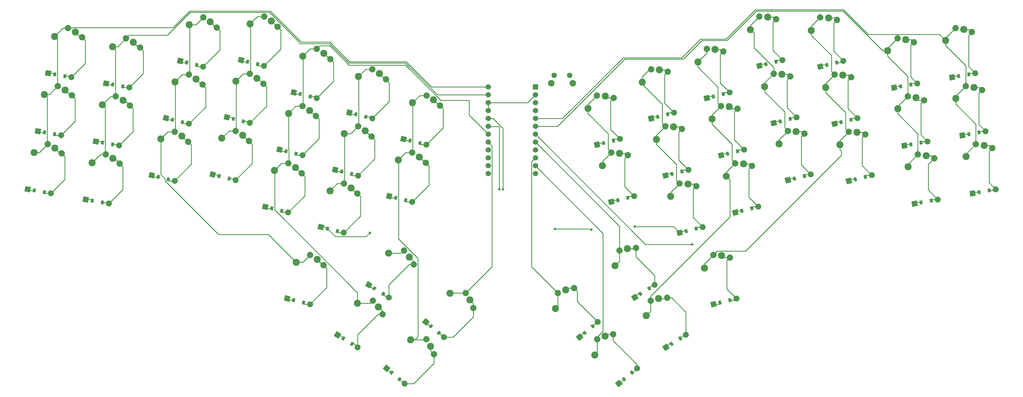
<source format=gbr>
%TF.GenerationSoftware,KiCad,Pcbnew,5.1.12-1.fc35*%
%TF.CreationDate,2022-03-12T21:40:55-08:00*%
%TF.ProjectId,jackalope_unibody,6a61636b-616c-46f7-9065-5f756e69626f,v1.0.0*%
%TF.SameCoordinates,Original*%
%TF.FileFunction,Copper,L1,Top*%
%TF.FilePolarity,Positive*%
%FSLAX46Y46*%
G04 Gerber Fmt 4.6, Leading zero omitted, Abs format (unit mm)*
G04 Created by KiCad (PCBNEW 5.1.12-1.fc35) date 2022-03-12 21:40:55*
%MOMM*%
%LPD*%
G01*
G04 APERTURE LIST*
%TA.AperFunction,ComponentPad*%
%ADD10C,2.100000*%
%TD*%
%TA.AperFunction,ComponentPad*%
%ADD11C,1.750000*%
%TD*%
%TA.AperFunction,ComponentPad*%
%ADD12C,2.286000*%
%TD*%
%TA.AperFunction,ComponentPad*%
%ADD13C,2.032000*%
%TD*%
%TA.AperFunction,SMDPad,CuDef*%
%ADD14C,0.100000*%
%TD*%
%TA.AperFunction,ComponentPad*%
%ADD15C,1.905000*%
%TD*%
%TA.AperFunction,ComponentPad*%
%ADD16C,0.100000*%
%TD*%
%TA.AperFunction,ComponentPad*%
%ADD17R,1.752600X1.752600*%
%TD*%
%TA.AperFunction,ComponentPad*%
%ADD18C,1.752600*%
%TD*%
%TA.AperFunction,ViaPad*%
%ADD19C,0.800000*%
%TD*%
%TA.AperFunction,Conductor*%
%ADD20C,0.250000*%
%TD*%
G04 APERTURE END LIST*
D10*
%TO.P,RESET,*%
%TO.N,*%
X163500000Y25510000D03*
D11*
%TO.P,RESET,1*%
%TO.N,GND*%
X164500000Y28000000D03*
%TO.P,RESET,2*%
%TO.N,RST*%
X169500000Y28000000D03*
D10*
%TO.P,RESET,*%
%TO.N,*%
X170510000Y25510000D03*
%TD*%
D12*
%TO.P,S1,1*%
%TO.N,outer_bottom*%
X3383544Y4561757D03*
%TO.P,S1,2*%
%TO.N,P1*%
X-3311051Y3163011D03*
%TD*%
D13*
%TO.P,S2,1*%
%TO.N,outer_bottom*%
X5583902Y2874029D03*
%TO.P,S2,2*%
%TO.N,P1*%
X1024524Y5810366D03*
%TD*%
%TA.AperFunction,SMDPad,CuDef*%
D14*
%TO.P,D1,1*%
%TO.N,P9*%
G36*
X-3821943Y-9581898D02*
G01*
X-3613566Y-8400129D01*
X-2727239Y-8556412D01*
X-2935616Y-9738181D01*
X-3821943Y-9581898D01*
G37*
%TD.AperFunction*%
%TA.AperFunction,SMDPad,CuDef*%
%TO.P,D1,2*%
%TO.N,outer_bottom*%
G36*
X-572077Y-10154936D02*
G01*
X-363700Y-8973167D01*
X522627Y-9129450D01*
X314250Y-10311219D01*
X-572077Y-10154936D01*
G37*
%TD.AperFunction*%
D15*
%TO.P,D1,1*%
X2102460Y-10017274D03*
%TA.AperFunction,ComponentPad*%
D16*
%TO.P,D1,2*%
%TO.N,P9*%
G36*
X-6431643Y-9415195D02*
G01*
X-6122897Y-7664207D01*
X-4371909Y-7972953D01*
X-4680655Y-9723941D01*
X-6431643Y-9415195D01*
G37*
%TD.AperFunction*%
%TD*%
D12*
%TO.P,S3,1*%
%TO.N,outer_home*%
X6682859Y23273104D03*
%TO.P,S3,2*%
%TO.N,P1*%
X-11736Y21874358D03*
%TD*%
D13*
%TO.P,S4,1*%
%TO.N,outer_home*%
X8883217Y21585376D03*
%TO.P,S4,2*%
%TO.N,P1*%
X4323839Y24521713D03*
%TD*%
%TA.AperFunction,SMDPad,CuDef*%
D14*
%TO.P,D2,1*%
%TO.N,P8*%
G36*
X-522627Y9129450D02*
G01*
X-314250Y10311219D01*
X572077Y10154936D01*
X363700Y8973167D01*
X-522627Y9129450D01*
G37*
%TD.AperFunction*%
%TA.AperFunction,SMDPad,CuDef*%
%TO.P,D2,2*%
%TO.N,outer_home*%
G36*
X2727239Y8556412D02*
G01*
X2935616Y9738181D01*
X3821943Y9581898D01*
X3613566Y8400129D01*
X2727239Y8556412D01*
G37*
%TD.AperFunction*%
D15*
%TO.P,D2,1*%
X5401776Y8694074D03*
%TA.AperFunction,ComponentPad*%
D16*
%TO.P,D2,2*%
%TO.N,P8*%
G36*
X-3132327Y9296153D02*
G01*
X-2823581Y11047141D01*
X-1072593Y10738395D01*
X-1381339Y8987407D01*
X-3132327Y9296153D01*
G37*
%TD.AperFunction*%
%TD*%
D12*
%TO.P,S5,1*%
%TO.N,outer_top*%
X9982175Y41984452D03*
%TO.P,S5,2*%
%TO.N,P1*%
X3287580Y40585706D03*
%TD*%
D13*
%TO.P,S6,1*%
%TO.N,outer_top*%
X12182533Y40296724D03*
%TO.P,S6,2*%
%TO.N,P1*%
X7623155Y43233061D03*
%TD*%
%TA.AperFunction,SMDPad,CuDef*%
D14*
%TO.P,D3,1*%
%TO.N,P7*%
G36*
X2776688Y27840797D02*
G01*
X2985065Y29022566D01*
X3871392Y28866283D01*
X3663015Y27684514D01*
X2776688Y27840797D01*
G37*
%TD.AperFunction*%
%TA.AperFunction,SMDPad,CuDef*%
%TO.P,D3,2*%
%TO.N,outer_top*%
G36*
X6026554Y27267759D02*
G01*
X6234931Y28449528D01*
X7121258Y28293245D01*
X6912881Y27111476D01*
X6026554Y27267759D01*
G37*
%TD.AperFunction*%
D15*
%TO.P,D3,1*%
X8701091Y27405421D03*
%TA.AperFunction,ComponentPad*%
D16*
%TO.P,D3,2*%
%TO.N,P7*%
G36*
X166988Y28007500D02*
G01*
X475734Y29758488D01*
X2226722Y29449742D01*
X1917976Y27698754D01*
X166988Y28007500D01*
G37*
%TD.AperFunction*%
%TD*%
D12*
%TO.P,S7,1*%
%TO.N,pinky_bottom*%
X22094891Y1262442D03*
%TO.P,S7,2*%
%TO.N,P0*%
X15400296Y-136304D03*
%TD*%
D13*
%TO.P,S8,1*%
%TO.N,pinky_bottom*%
X24295249Y-425286D03*
%TO.P,S8,2*%
%TO.N,P0*%
X19735871Y2511051D03*
%TD*%
%TA.AperFunction,SMDPad,CuDef*%
D14*
%TO.P,D4,1*%
%TO.N,P9*%
G36*
X14889405Y-12881213D02*
G01*
X15097782Y-11699444D01*
X15984109Y-11855727D01*
X15775732Y-13037496D01*
X14889405Y-12881213D01*
G37*
%TD.AperFunction*%
%TA.AperFunction,SMDPad,CuDef*%
%TO.P,D4,2*%
%TO.N,pinky_bottom*%
G36*
X18139271Y-13454251D02*
G01*
X18347648Y-12272482D01*
X19233975Y-12428765D01*
X19025598Y-13610534D01*
X18139271Y-13454251D01*
G37*
%TD.AperFunction*%
D15*
%TO.P,D4,1*%
X20813808Y-13316589D03*
%TA.AperFunction,ComponentPad*%
D16*
%TO.P,D4,2*%
%TO.N,P9*%
G36*
X12279705Y-12714510D02*
G01*
X12588451Y-10963522D01*
X14339439Y-11272268D01*
X14030693Y-13023256D01*
X12279705Y-12714510D01*
G37*
%TD.AperFunction*%
%TD*%
D12*
%TO.P,S9,1*%
%TO.N,pinky_home*%
X25394207Y19973789D03*
%TO.P,S9,2*%
%TO.N,P0*%
X18699612Y18575043D03*
%TD*%
D13*
%TO.P,S10,1*%
%TO.N,pinky_home*%
X27594565Y18286061D03*
%TO.P,S10,2*%
%TO.N,P0*%
X23035187Y21222398D03*
%TD*%
%TA.AperFunction,SMDPad,CuDef*%
D14*
%TO.P,D5,1*%
%TO.N,P8*%
G36*
X18188720Y5830134D02*
G01*
X18397097Y7011903D01*
X19283424Y6855620D01*
X19075047Y5673851D01*
X18188720Y5830134D01*
G37*
%TD.AperFunction*%
%TA.AperFunction,SMDPad,CuDef*%
%TO.P,D5,2*%
%TO.N,pinky_home*%
G36*
X21438586Y5257096D02*
G01*
X21646963Y6438865D01*
X22533290Y6282582D01*
X22324913Y5100813D01*
X21438586Y5257096D01*
G37*
%TD.AperFunction*%
D15*
%TO.P,D5,1*%
X24113123Y5394758D03*
%TA.AperFunction,ComponentPad*%
D16*
%TO.P,D5,2*%
%TO.N,P8*%
G36*
X15579020Y5996837D02*
G01*
X15887766Y7747825D01*
X17638754Y7439079D01*
X17330008Y5688091D01*
X15579020Y5996837D01*
G37*
%TD.AperFunction*%
%TD*%
D12*
%TO.P,S11,1*%
%TO.N,pinky_top*%
X28693522Y38685136D03*
%TO.P,S11,2*%
%TO.N,P0*%
X21998927Y37286390D03*
%TD*%
D13*
%TO.P,S12,1*%
%TO.N,pinky_top*%
X30893880Y36997408D03*
%TO.P,S12,2*%
%TO.N,P0*%
X26334502Y39933745D03*
%TD*%
%TA.AperFunction,SMDPad,CuDef*%
D14*
%TO.P,D6,1*%
%TO.N,P7*%
G36*
X21488035Y24541482D02*
G01*
X21696412Y25723251D01*
X22582739Y25566968D01*
X22374362Y24385199D01*
X21488035Y24541482D01*
G37*
%TD.AperFunction*%
%TA.AperFunction,SMDPad,CuDef*%
%TO.P,D6,2*%
%TO.N,pinky_top*%
G36*
X24737901Y23968444D02*
G01*
X24946278Y25150213D01*
X25832605Y24993930D01*
X25624228Y23812161D01*
X24737901Y23968444D01*
G37*
%TD.AperFunction*%
D15*
%TO.P,D6,1*%
X27412438Y24106106D03*
%TA.AperFunction,ComponentPad*%
D16*
%TO.P,D6,2*%
%TO.N,P7*%
G36*
X18878335Y24708185D02*
G01*
X19187081Y26459173D01*
X20938069Y26150427D01*
X20629323Y24399439D01*
X18878335Y24708185D01*
G37*
%TD.AperFunction*%
%TD*%
D12*
%TO.P,S13,1*%
%TO.N,ring_bottom*%
X44323043Y8438670D03*
%TO.P,S13,2*%
%TO.N,P2*%
X37547184Y7510323D03*
%TD*%
D13*
%TO.P,S14,1*%
%TO.N,ring_bottom*%
X46400311Y6601563D03*
%TO.P,S14,2*%
%TO.N,P2*%
X42056868Y9848794D03*
%TD*%
%TA.AperFunction,SMDPad,CuDef*%
D14*
%TO.P,D7,1*%
%TO.N,P9*%
G36*
X36148497Y-5167902D02*
G01*
X36438803Y-4003547D01*
X37312069Y-4221276D01*
X37021763Y-5385631D01*
X36148497Y-5167902D01*
G37*
%TD.AperFunction*%
%TA.AperFunction,SMDPad,CuDef*%
%TO.P,D7,2*%
%TO.N,ring_bottom*%
G36*
X39350473Y-5966244D02*
G01*
X39640779Y-4801889D01*
X40514045Y-5019618D01*
X40223739Y-6183973D01*
X39350473Y-5966244D01*
G37*
%TD.AperFunction*%
D15*
%TO.P,D7,1*%
X42028098Y-6015482D03*
%TA.AperFunction,ComponentPad*%
D16*
%TO.P,D7,2*%
%TO.N,P9*%
G36*
X33556783Y-4819562D02*
G01*
X33986920Y-3094377D01*
X35712105Y-3524514D01*
X35281968Y-5249699D01*
X33556783Y-4819562D01*
G37*
%TD.AperFunction*%
%TD*%
D12*
%TO.P,S15,1*%
%TO.N,ring_home*%
X48919559Y26874289D03*
%TO.P,S15,2*%
%TO.N,P2*%
X42143700Y25945942D03*
%TD*%
D13*
%TO.P,S16,1*%
%TO.N,ring_home*%
X50996827Y25037182D03*
%TO.P,S16,2*%
%TO.N,P2*%
X46653384Y28284413D03*
%TD*%
%TA.AperFunction,SMDPad,CuDef*%
D14*
%TO.P,D8,1*%
%TO.N,P8*%
G36*
X40745013Y13267717D02*
G01*
X41035319Y14432072D01*
X41908585Y14214343D01*
X41618279Y13049988D01*
X40745013Y13267717D01*
G37*
%TD.AperFunction*%
%TA.AperFunction,SMDPad,CuDef*%
%TO.P,D8,2*%
%TO.N,ring_home*%
G36*
X43946989Y12469375D02*
G01*
X44237295Y13633730D01*
X45110561Y13416001D01*
X44820255Y12251646D01*
X43946989Y12469375D01*
G37*
%TD.AperFunction*%
D15*
%TO.P,D8,1*%
X46624614Y12420137D03*
%TA.AperFunction,ComponentPad*%
D16*
%TO.P,D8,2*%
%TO.N,P8*%
G36*
X38153299Y13616057D02*
G01*
X38583436Y15341242D01*
X40308621Y14911105D01*
X39878484Y13185920D01*
X38153299Y13616057D01*
G37*
%TD.AperFunction*%
%TD*%
D12*
%TO.P,S17,1*%
%TO.N,ring_top*%
X53516075Y45309908D03*
%TO.P,S17,2*%
%TO.N,P2*%
X46740216Y44381561D03*
%TD*%
D13*
%TO.P,S18,1*%
%TO.N,ring_top*%
X55593343Y43472801D03*
%TO.P,S18,2*%
%TO.N,P2*%
X51249900Y46720032D03*
%TD*%
%TA.AperFunction,SMDPad,CuDef*%
D14*
%TO.P,D9,1*%
%TO.N,P7*%
G36*
X45341529Y31703335D02*
G01*
X45631835Y32867690D01*
X46505101Y32649961D01*
X46214795Y31485606D01*
X45341529Y31703335D01*
G37*
%TD.AperFunction*%
%TA.AperFunction,SMDPad,CuDef*%
%TO.P,D9,2*%
%TO.N,ring_top*%
G36*
X48543505Y30904993D02*
G01*
X48833811Y32069348D01*
X49707077Y31851619D01*
X49416771Y30687264D01*
X48543505Y30904993D01*
G37*
%TD.AperFunction*%
D15*
%TO.P,D9,1*%
X51221130Y30855755D03*
%TA.AperFunction,ComponentPad*%
D16*
%TO.P,D9,2*%
%TO.N,P7*%
G36*
X42749815Y32051675D02*
G01*
X43179952Y33776860D01*
X44905137Y33346723D01*
X44475000Y31621538D01*
X42749815Y32051675D01*
G37*
%TD.AperFunction*%
%TD*%
D12*
%TO.P,S19,1*%
%TO.N,middle_bottom*%
X63968271Y8693633D03*
%TO.P,S19,2*%
%TO.N,P3*%
X57192412Y7765286D03*
%TD*%
D13*
%TO.P,S20,1*%
%TO.N,middle_bottom*%
X66045539Y6856526D03*
%TO.P,S20,2*%
%TO.N,P3*%
X61702096Y10103757D03*
%TD*%
%TA.AperFunction,SMDPad,CuDef*%
D14*
%TO.P,D10,1*%
%TO.N,P9*%
G36*
X55793725Y-4912940D02*
G01*
X56084031Y-3748585D01*
X56957297Y-3966314D01*
X56666991Y-5130669D01*
X55793725Y-4912940D01*
G37*
%TD.AperFunction*%
%TA.AperFunction,SMDPad,CuDef*%
%TO.P,D10,2*%
%TO.N,middle_bottom*%
G36*
X58995701Y-5711282D02*
G01*
X59286007Y-4546927D01*
X60159273Y-4764656D01*
X59868967Y-5929011D01*
X58995701Y-5711282D01*
G37*
%TD.AperFunction*%
D15*
%TO.P,D10,1*%
X61673326Y-5760520D03*
%TA.AperFunction,ComponentPad*%
D16*
%TO.P,D10,2*%
%TO.N,P9*%
G36*
X53202011Y-4564600D02*
G01*
X53632148Y-2839415D01*
X55357333Y-3269552D01*
X54927196Y-4994737D01*
X53202011Y-4564600D01*
G37*
%TD.AperFunction*%
%TD*%
D12*
%TO.P,S21,1*%
%TO.N,middle_home*%
X68564787Y27129252D03*
%TO.P,S21,2*%
%TO.N,P3*%
X61788928Y26200905D03*
%TD*%
D13*
%TO.P,S22,1*%
%TO.N,middle_home*%
X70642055Y25292145D03*
%TO.P,S22,2*%
%TO.N,P3*%
X66298612Y28539376D03*
%TD*%
%TA.AperFunction,SMDPad,CuDef*%
D14*
%TO.P,D11,1*%
%TO.N,P8*%
G36*
X60390241Y13522679D02*
G01*
X60680547Y14687034D01*
X61553813Y14469305D01*
X61263507Y13304950D01*
X60390241Y13522679D01*
G37*
%TD.AperFunction*%
%TA.AperFunction,SMDPad,CuDef*%
%TO.P,D11,2*%
%TO.N,middle_home*%
G36*
X63592217Y12724337D02*
G01*
X63882523Y13888692D01*
X64755789Y13670963D01*
X64465483Y12506608D01*
X63592217Y12724337D01*
G37*
%TD.AperFunction*%
D15*
%TO.P,D11,1*%
X66269842Y12675099D03*
%TA.AperFunction,ComponentPad*%
D16*
%TO.P,D11,2*%
%TO.N,P8*%
G36*
X57798527Y13871019D02*
G01*
X58228664Y15596204D01*
X59953849Y15166067D01*
X59523712Y13440882D01*
X57798527Y13871019D01*
G37*
%TD.AperFunction*%
%TD*%
D12*
%TO.P,S23,1*%
%TO.N,middle_top*%
X73161303Y45564870D03*
%TO.P,S23,2*%
%TO.N,P3*%
X66385444Y44636523D03*
%TD*%
D13*
%TO.P,S24,1*%
%TO.N,middle_top*%
X75238571Y43727763D03*
%TO.P,S24,2*%
%TO.N,P3*%
X70895128Y46974994D03*
%TD*%
%TA.AperFunction,SMDPad,CuDef*%
D14*
%TO.P,D12,1*%
%TO.N,P7*%
G36*
X64986757Y31958298D02*
G01*
X65277063Y33122653D01*
X66150329Y32904924D01*
X65860023Y31740569D01*
X64986757Y31958298D01*
G37*
%TD.AperFunction*%
%TA.AperFunction,SMDPad,CuDef*%
%TO.P,D12,2*%
%TO.N,middle_top*%
G36*
X68188733Y31159956D02*
G01*
X68479039Y32324311D01*
X69352305Y32106582D01*
X69061999Y30942227D01*
X68188733Y31159956D01*
G37*
%TD.AperFunction*%
D15*
%TO.P,D12,1*%
X70866358Y31110718D03*
%TA.AperFunction,ComponentPad*%
D16*
%TO.P,D12,2*%
%TO.N,P7*%
G36*
X62395043Y32306638D02*
G01*
X62825180Y34031823D01*
X64550365Y33601686D01*
X64120228Y31876501D01*
X62395043Y32306638D01*
G37*
%TD.AperFunction*%
%TD*%
D12*
%TO.P,S25,1*%
%TO.N,index_bottom*%
X80952359Y-1724658D03*
%TO.P,S25,2*%
%TO.N,P4*%
X74176500Y-2653005D03*
%TD*%
D13*
%TO.P,S26,1*%
%TO.N,index_bottom*%
X83029627Y-3561765D03*
%TO.P,S26,2*%
%TO.N,P4*%
X78686184Y-314534D03*
%TD*%
%TA.AperFunction,SMDPad,CuDef*%
D14*
%TO.P,D13,1*%
%TO.N,P9*%
G36*
X72777813Y-15331230D02*
G01*
X73068119Y-14166875D01*
X73941385Y-14384604D01*
X73651079Y-15548959D01*
X72777813Y-15331230D01*
G37*
%TD.AperFunction*%
%TA.AperFunction,SMDPad,CuDef*%
%TO.P,D13,2*%
%TO.N,index_bottom*%
G36*
X75979789Y-16129572D02*
G01*
X76270095Y-14965217D01*
X77143361Y-15182946D01*
X76853055Y-16347301D01*
X75979789Y-16129572D01*
G37*
%TD.AperFunction*%
D15*
%TO.P,D13,1*%
X78657414Y-16178810D03*
%TA.AperFunction,ComponentPad*%
D16*
%TO.P,D13,2*%
%TO.N,P9*%
G36*
X70186099Y-14982890D02*
G01*
X70616236Y-13257705D01*
X72341421Y-13687842D01*
X71911284Y-15413027D01*
X70186099Y-14982890D01*
G37*
%TD.AperFunction*%
%TD*%
D12*
%TO.P,S27,1*%
%TO.N,index_home*%
X85548875Y16710961D03*
%TO.P,S27,2*%
%TO.N,P4*%
X78773016Y15782614D03*
%TD*%
D13*
%TO.P,S28,1*%
%TO.N,index_home*%
X87626143Y14873854D03*
%TO.P,S28,2*%
%TO.N,P4*%
X83282700Y18121085D03*
%TD*%
%TA.AperFunction,SMDPad,CuDef*%
D14*
%TO.P,D14,1*%
%TO.N,P8*%
G36*
X77374329Y3104389D02*
G01*
X77664635Y4268744D01*
X78537901Y4051015D01*
X78247595Y2886660D01*
X77374329Y3104389D01*
G37*
%TD.AperFunction*%
%TA.AperFunction,SMDPad,CuDef*%
%TO.P,D14,2*%
%TO.N,index_home*%
G36*
X80576305Y2306047D02*
G01*
X80866611Y3470402D01*
X81739877Y3252673D01*
X81449571Y2088318D01*
X80576305Y2306047D01*
G37*
%TD.AperFunction*%
D15*
%TO.P,D14,1*%
X83253930Y2256809D03*
%TA.AperFunction,ComponentPad*%
D16*
%TO.P,D14,2*%
%TO.N,P8*%
G36*
X74782615Y3452729D02*
G01*
X75212752Y5177914D01*
X76937937Y4747777D01*
X76507800Y3022592D01*
X74782615Y3452729D01*
G37*
%TD.AperFunction*%
%TD*%
D12*
%TO.P,S29,1*%
%TO.N,index_top*%
X90145391Y35146580D03*
%TO.P,S29,2*%
%TO.N,P4*%
X83369532Y34218233D03*
%TD*%
D13*
%TO.P,S30,1*%
%TO.N,index_top*%
X92222659Y33309473D03*
%TO.P,S30,2*%
%TO.N,P4*%
X87879216Y36556704D03*
%TD*%
%TA.AperFunction,SMDPad,CuDef*%
D14*
%TO.P,D15,1*%
%TO.N,P7*%
G36*
X81970845Y21540008D02*
G01*
X82261151Y22704363D01*
X83134417Y22486634D01*
X82844111Y21322279D01*
X81970845Y21540008D01*
G37*
%TD.AperFunction*%
%TA.AperFunction,SMDPad,CuDef*%
%TO.P,D15,2*%
%TO.N,index_top*%
G36*
X85172821Y20741666D02*
G01*
X85463127Y21906021D01*
X86336393Y21688292D01*
X86046087Y20523937D01*
X85172821Y20741666D01*
G37*
%TD.AperFunction*%
D15*
%TO.P,D15,1*%
X87850446Y20692428D03*
%TA.AperFunction,ComponentPad*%
D16*
%TO.P,D15,2*%
%TO.N,P7*%
G36*
X79379131Y21888348D02*
G01*
X79809268Y23613533D01*
X81534453Y23183396D01*
X81104316Y21458211D01*
X79379131Y21888348D01*
G37*
%TD.AperFunction*%
%TD*%
D12*
%TO.P,S31,1*%
%TO.N,inner_bottom*%
X98904134Y-8261765D03*
%TO.P,S31,2*%
%TO.N,P5*%
X92128275Y-9190112D03*
%TD*%
D13*
%TO.P,S32,1*%
%TO.N,inner_bottom*%
X100981402Y-10098872D03*
%TO.P,S32,2*%
%TO.N,P5*%
X96637959Y-6851641D03*
%TD*%
%TA.AperFunction,SMDPad,CuDef*%
D14*
%TO.P,D16,1*%
%TO.N,P9*%
G36*
X90729588Y-21868338D02*
G01*
X91019894Y-20703983D01*
X91893160Y-20921712D01*
X91602854Y-22086067D01*
X90729588Y-21868338D01*
G37*
%TD.AperFunction*%
%TA.AperFunction,SMDPad,CuDef*%
%TO.P,D16,2*%
%TO.N,inner_bottom*%
G36*
X93931564Y-22666680D02*
G01*
X94221870Y-21502325D01*
X95095136Y-21720054D01*
X94804830Y-22884409D01*
X93931564Y-22666680D01*
G37*
%TD.AperFunction*%
D15*
%TO.P,D16,1*%
X96609189Y-22715918D03*
%TA.AperFunction,ComponentPad*%
D16*
%TO.P,D16,2*%
%TO.N,P9*%
G36*
X88137874Y-21519998D02*
G01*
X88568011Y-19794813D01*
X90293196Y-20224950D01*
X89863059Y-21950135D01*
X88137874Y-21519998D01*
G37*
%TD.AperFunction*%
%TD*%
D12*
%TO.P,S33,1*%
%TO.N,inner_home*%
X103500650Y10173854D03*
%TO.P,S33,2*%
%TO.N,P5*%
X96724791Y9245507D03*
%TD*%
D13*
%TO.P,S34,1*%
%TO.N,inner_home*%
X105577918Y8336747D03*
%TO.P,S34,2*%
%TO.N,P5*%
X101234475Y11583978D03*
%TD*%
%TA.AperFunction,SMDPad,CuDef*%
D14*
%TO.P,D17,1*%
%TO.N,P8*%
G36*
X95326104Y-3432719D02*
G01*
X95616410Y-2268364D01*
X96489676Y-2486093D01*
X96199370Y-3650448D01*
X95326104Y-3432719D01*
G37*
%TD.AperFunction*%
%TA.AperFunction,SMDPad,CuDef*%
%TO.P,D17,2*%
%TO.N,inner_home*%
G36*
X98528080Y-4231061D02*
G01*
X98818386Y-3066706D01*
X99691652Y-3284435D01*
X99401346Y-4448790D01*
X98528080Y-4231061D01*
G37*
%TD.AperFunction*%
D15*
%TO.P,D17,1*%
X101205705Y-4280299D03*
%TA.AperFunction,ComponentPad*%
D16*
%TO.P,D17,2*%
%TO.N,P8*%
G36*
X92734390Y-3084379D02*
G01*
X93164527Y-1359194D01*
X94889712Y-1789331D01*
X94459575Y-3514516D01*
X92734390Y-3084379D01*
G37*
%TD.AperFunction*%
%TD*%
D12*
%TO.P,S35,1*%
%TO.N,inner_top*%
X108097166Y28609473D03*
%TO.P,S35,2*%
%TO.N,P5*%
X101321307Y27681126D03*
%TD*%
D13*
%TO.P,S36,1*%
%TO.N,inner_top*%
X110174434Y26772366D03*
%TO.P,S36,2*%
%TO.N,P5*%
X105830991Y30019597D03*
%TD*%
%TA.AperFunction,SMDPad,CuDef*%
D14*
%TO.P,D18,1*%
%TO.N,P7*%
G36*
X99922620Y15002900D02*
G01*
X100212926Y16167255D01*
X101086192Y15949526D01*
X100795886Y14785171D01*
X99922620Y15002900D01*
G37*
%TD.AperFunction*%
%TA.AperFunction,SMDPad,CuDef*%
%TO.P,D18,2*%
%TO.N,inner_top*%
G36*
X103124596Y14204558D02*
G01*
X103414902Y15368913D01*
X104288168Y15151184D01*
X103997862Y13986829D01*
X103124596Y14204558D01*
G37*
%TD.AperFunction*%
D15*
%TO.P,D18,1*%
X105802221Y14155320D03*
%TA.AperFunction,ComponentPad*%
D16*
%TO.P,D18,2*%
%TO.N,P7*%
G36*
X97330906Y15351240D02*
G01*
X97761043Y17076425D01*
X99486228Y16646288D01*
X99056091Y14921103D01*
X97330906Y15351240D01*
G37*
%TD.AperFunction*%
%TD*%
D12*
%TO.P,S37,1*%
%TO.N,macro_home*%
X120968581Y1696155D03*
%TO.P,S37,2*%
%TO.N,P6*%
X114192722Y767808D03*
%TD*%
D13*
%TO.P,S38,1*%
%TO.N,macro_home*%
X123045849Y-140952D03*
%TO.P,S38,2*%
%TO.N,P6*%
X118702406Y3106279D03*
%TD*%
%TA.AperFunction,SMDPad,CuDef*%
D14*
%TO.P,D19,1*%
%TO.N,P8*%
G36*
X112794035Y-11910418D02*
G01*
X113084341Y-10746063D01*
X113957607Y-10963792D01*
X113667301Y-12128147D01*
X112794035Y-11910418D01*
G37*
%TD.AperFunction*%
%TA.AperFunction,SMDPad,CuDef*%
%TO.P,D19,2*%
%TO.N,macro_home*%
G36*
X115996011Y-12708760D02*
G01*
X116286317Y-11544405D01*
X117159583Y-11762134D01*
X116869277Y-12926489D01*
X115996011Y-12708760D01*
G37*
%TD.AperFunction*%
D15*
%TO.P,D19,1*%
X118673636Y-12757998D03*
%TA.AperFunction,ComponentPad*%
D16*
%TO.P,D19,2*%
%TO.N,P8*%
G36*
X110202321Y-11562078D02*
G01*
X110632458Y-9836893D01*
X112357643Y-10267030D01*
X111927506Y-11992215D01*
X110202321Y-11562078D01*
G37*
%TD.AperFunction*%
%TD*%
D12*
%TO.P,S39,1*%
%TO.N,macro_top*%
X125565097Y20131774D03*
%TO.P,S39,2*%
%TO.N,P6*%
X118789238Y19203427D03*
%TD*%
D13*
%TO.P,S40,1*%
%TO.N,macro_top*%
X127642365Y18294667D03*
%TO.P,S40,2*%
%TO.N,P6*%
X123298922Y21541898D03*
%TD*%
%TA.AperFunction,SMDPad,CuDef*%
D14*
%TO.P,D20,1*%
%TO.N,P7*%
G36*
X117390551Y6525201D02*
G01*
X117680857Y7689556D01*
X118554123Y7471827D01*
X118263817Y6307472D01*
X117390551Y6525201D01*
G37*
%TD.AperFunction*%
%TA.AperFunction,SMDPad,CuDef*%
%TO.P,D20,2*%
%TO.N,macro_top*%
G36*
X120592527Y5726859D02*
G01*
X120882833Y6891214D01*
X121756099Y6673485D01*
X121465793Y5509130D01*
X120592527Y5726859D01*
G37*
%TD.AperFunction*%
D15*
%TO.P,D20,1*%
X123270152Y5677621D03*
%TA.AperFunction,ComponentPad*%
D16*
%TO.P,D20,2*%
%TO.N,P7*%
G36*
X114798837Y6873541D02*
G01*
X115228974Y8598726D01*
X116954159Y8168589D01*
X116524022Y6443404D01*
X114798837Y6873541D01*
G37*
%TD.AperFunction*%
%TD*%
D12*
%TO.P,S41,1*%
%TO.N,inner_upper*%
X88004608Y-31309549D03*
%TO.P,S41,2*%
%TO.N,P2*%
X81228749Y-32237896D03*
%TD*%
D13*
%TO.P,S42,1*%
%TO.N,inner_upper*%
X90081876Y-33146656D03*
%TO.P,S42,2*%
%TO.N,P2*%
X85738433Y-29899425D03*
%TD*%
%TA.AperFunction,SMDPad,CuDef*%
D14*
%TO.P,D21,1*%
%TO.N,P10*%
G36*
X79830062Y-44916121D02*
G01*
X80120368Y-43751766D01*
X80993634Y-43969495D01*
X80703328Y-45133850D01*
X79830062Y-44916121D01*
G37*
%TD.AperFunction*%
%TA.AperFunction,SMDPad,CuDef*%
%TO.P,D21,2*%
%TO.N,inner_upper*%
G36*
X83032038Y-45714463D02*
G01*
X83322344Y-44550108D01*
X84195610Y-44767837D01*
X83905304Y-45932192D01*
X83032038Y-45714463D01*
G37*
%TD.AperFunction*%
D15*
%TO.P,D21,1*%
X85709663Y-45763701D03*
%TA.AperFunction,ComponentPad*%
D16*
%TO.P,D21,2*%
%TO.N,P10*%
G36*
X77238348Y-44567781D02*
G01*
X77668485Y-42842596D01*
X79393670Y-43272733D01*
X78963533Y-44997918D01*
X77238348Y-44567781D01*
G37*
%TD.AperFunction*%
%TD*%
D12*
%TO.P,S43,1*%
%TO.N,home_upper*%
X117774981Y-30521791D03*
%TO.P,S43,2*%
%TO.N,P3*%
X111043881Y-29310845D03*
%TD*%
D13*
%TO.P,S44,1*%
%TO.N,home_upper*%
X119182883Y-32910894D03*
%TO.P,S44,2*%
%TO.N,P3*%
X116055473Y-28480396D03*
%TD*%
%TA.AperFunction,SMDPad,CuDef*%
D14*
%TO.P,D22,1*%
%TO.N,P10*%
G36*
X105795864Y-40936335D02*
G01*
X106431767Y-39918677D01*
X107195010Y-40395605D01*
X106559107Y-41413263D01*
X105795864Y-40936335D01*
G37*
%TD.AperFunction*%
%TA.AperFunction,SMDPad,CuDef*%
%TO.P,D22,2*%
%TO.N,home_upper*%
G36*
X108594422Y-42685069D02*
G01*
X109230325Y-41667411D01*
X109993568Y-42144339D01*
X109357665Y-43161997D01*
X108594422Y-42685069D01*
G37*
%TD.AperFunction*%
D15*
%TO.P,D22,1*%
X111125779Y-43559329D03*
%TA.AperFunction,ComponentPad*%
D16*
%TO.P,D22,2*%
%TO.N,P10*%
G36*
X103438640Y-39804162D02*
G01*
X104380836Y-38296332D01*
X105888666Y-39238528D01*
X104946470Y-40746358D01*
X103438640Y-39804162D01*
G37*
%TD.AperFunction*%
%TD*%
D12*
%TO.P,S45,1*%
%TO.N,outer_upper*%
X137327262Y-44393726D03*
%TO.P,S45,2*%
%TO.N,P5*%
X130830199Y-42257777D03*
%TD*%
D13*
%TO.P,S46,1*%
%TO.N,outer_upper*%
X138388963Y-46955520D03*
%TO.P,S46,2*%
%TO.N,P5*%
X135908595Y-42132889D03*
%TD*%
%TA.AperFunction,SMDPad,CuDef*%
D14*
%TO.P,D23,1*%
%TO.N,P10*%
G36*
X124015300Y-53039745D02*
G01*
X124786646Y-52120492D01*
X125476086Y-52699001D01*
X124704740Y-53618254D01*
X124015300Y-53039745D01*
G37*
%TD.AperFunction*%
%TA.AperFunction,SMDPad,CuDef*%
%TO.P,D23,2*%
%TO.N,outer_upper*%
G36*
X126543246Y-55160945D02*
G01*
X127314592Y-54241692D01*
X128004032Y-54820201D01*
X127232686Y-55739454D01*
X126543246Y-55160945D01*
G37*
%TD.AperFunction*%
D15*
%TO.P,D23,1*%
X128928295Y-56378994D03*
%TA.AperFunction,ComponentPad*%
D16*
%TO.P,D23,2*%
%TO.N,P10*%
G36*
X121838585Y-51590527D02*
G01*
X122981462Y-50228500D01*
X124343489Y-51371377D01*
X123200612Y-52733404D01*
X121838585Y-51590527D01*
G37*
%TD.AperFunction*%
%TD*%
D12*
%TO.P,S47,1*%
%TO.N,home_lower*%
X107706515Y-46634705D03*
%TO.P,S47,2*%
%TO.N,P4*%
X100975415Y-45423759D03*
%TD*%
D13*
%TO.P,S48,1*%
%TO.N,home_lower*%
X109114417Y-49023808D03*
%TO.P,S48,2*%
%TO.N,P4*%
X105987007Y-44593310D03*
%TD*%
%TA.AperFunction,SMDPad,CuDef*%
D14*
%TO.P,D24,1*%
%TO.N,P10*%
G36*
X95727398Y-57049249D02*
G01*
X96363301Y-56031591D01*
X97126544Y-56508519D01*
X96490641Y-57526177D01*
X95727398Y-57049249D01*
G37*
%TD.AperFunction*%
%TA.AperFunction,SMDPad,CuDef*%
%TO.P,D24,2*%
%TO.N,home_lower*%
G36*
X98525956Y-58797983D02*
G01*
X99161859Y-57780325D01*
X99925102Y-58257253D01*
X99289199Y-59274911D01*
X98525956Y-58797983D01*
G37*
%TD.AperFunction*%
D15*
%TO.P,D24,1*%
X101057313Y-59672243D03*
%TA.AperFunction,ComponentPad*%
D16*
%TO.P,D24,2*%
%TO.N,P10*%
G36*
X93370174Y-55917076D02*
G01*
X94312370Y-54409246D01*
X95820200Y-55351442D01*
X94878004Y-56859272D01*
X93370174Y-55917076D01*
G37*
%TD.AperFunction*%
%TD*%
D12*
%TO.P,S49,1*%
%TO.N,outer_lower*%
X124633304Y-59349197D03*
%TO.P,S49,2*%
%TO.N,P6*%
X118136241Y-57213248D03*
%TD*%
D13*
%TO.P,S50,1*%
%TO.N,outer_lower*%
X125695005Y-61910991D03*
%TO.P,S50,2*%
%TO.N,P6*%
X123214637Y-57088360D03*
%TD*%
%TA.AperFunction,SMDPad,CuDef*%
D14*
%TO.P,D25,1*%
%TO.N,P10*%
G36*
X111321341Y-67995216D02*
G01*
X112092687Y-67075963D01*
X112782127Y-67654472D01*
X112010781Y-68573725D01*
X111321341Y-67995216D01*
G37*
%TD.AperFunction*%
%TA.AperFunction,SMDPad,CuDef*%
%TO.P,D25,2*%
%TO.N,outer_lower*%
G36*
X113849287Y-70116416D02*
G01*
X114620633Y-69197163D01*
X115310073Y-69775672D01*
X114538727Y-70694925D01*
X113849287Y-70116416D01*
G37*
%TD.AperFunction*%
D15*
%TO.P,D25,1*%
X116234336Y-71334465D03*
%TA.AperFunction,ComponentPad*%
D16*
%TO.P,D25,2*%
%TO.N,P10*%
G36*
X109144626Y-66545998D02*
G01*
X110287503Y-65183971D01*
X111649530Y-66326848D01*
X110506653Y-67688875D01*
X109144626Y-66545998D01*
G37*
%TD.AperFunction*%
%TD*%
D12*
%TO.P,S51,1*%
%TO.N,mirror_outer_bottom*%
X303217910Y5443890D03*
%TO.P,S51,2*%
%TO.N,P21*%
X297405447Y1839812D03*
%TD*%
D13*
%TO.P,S52,1*%
%TO.N,mirror_outer_bottom*%
X305862807Y4610510D03*
%TO.P,S52,2*%
%TO.N,P21*%
X300574107Y5810366D03*
%TD*%
%TA.AperFunction,SMDPad,CuDef*%
D14*
%TO.P,D26,1*%
%TO.N,P9*%
G36*
X301284381Y-10311219D02*
G01*
X301076004Y-9129450D01*
X301962331Y-8973167D01*
X302170708Y-10154936D01*
X301284381Y-10311219D01*
G37*
%TD.AperFunction*%
%TA.AperFunction,SMDPad,CuDef*%
%TO.P,D26,2*%
%TO.N,mirror_outer_bottom*%
G36*
X304534247Y-9738181D02*
G01*
X304325870Y-8556412D01*
X305212197Y-8400129D01*
X305420574Y-9581898D01*
X304534247Y-9738181D01*
G37*
%TD.AperFunction*%
D15*
%TO.P,D26,1*%
X307000407Y-8694074D03*
%TA.AperFunction,ComponentPad*%
D16*
%TO.P,D26,2*%
%TO.N,P9*%
G36*
X298775050Y-11047141D02*
G01*
X298466304Y-9296153D01*
X300217292Y-8987407D01*
X300526038Y-10738395D01*
X298775050Y-11047141D01*
G37*
%TD.AperFunction*%
%TD*%
D12*
%TO.P,S53,1*%
%TO.N,mirror_outer_home*%
X299918594Y24155237D03*
%TO.P,S53,2*%
%TO.N,P21*%
X294106131Y20551159D03*
%TD*%
D13*
%TO.P,S54,1*%
%TO.N,mirror_outer_home*%
X302563491Y23321857D03*
%TO.P,S54,2*%
%TO.N,P21*%
X297274791Y24521713D03*
%TD*%
%TA.AperFunction,SMDPad,CuDef*%
D14*
%TO.P,D27,1*%
%TO.N,P8*%
G36*
X297985065Y8400129D02*
G01*
X297776688Y9581898D01*
X298663015Y9738181D01*
X298871392Y8556412D01*
X297985065Y8400129D01*
G37*
%TD.AperFunction*%
%TA.AperFunction,SMDPad,CuDef*%
%TO.P,D27,2*%
%TO.N,mirror_outer_home*%
G36*
X301234931Y8973167D02*
G01*
X301026554Y10154936D01*
X301912881Y10311219D01*
X302121258Y9129450D01*
X301234931Y8973167D01*
G37*
%TD.AperFunction*%
D15*
%TO.P,D27,1*%
X303701091Y10017274D03*
%TA.AperFunction,ComponentPad*%
D16*
%TO.P,D27,2*%
%TO.N,P8*%
G36*
X295475734Y7664207D02*
G01*
X295166988Y9415195D01*
X296917976Y9723941D01*
X297226722Y7972953D01*
X295475734Y7664207D01*
G37*
%TD.AperFunction*%
%TD*%
D12*
%TO.P,S55,1*%
%TO.N,mirror_outer_top*%
X296619279Y42866585D03*
%TO.P,S55,2*%
%TO.N,P21*%
X290806816Y39262507D03*
%TD*%
D13*
%TO.P,S56,1*%
%TO.N,mirror_outer_top*%
X299264176Y42033205D03*
%TO.P,S56,2*%
%TO.N,P21*%
X293975476Y43233061D03*
%TD*%
%TA.AperFunction,SMDPad,CuDef*%
D14*
%TO.P,D28,1*%
%TO.N,P7*%
G36*
X294685750Y27111476D02*
G01*
X294477373Y28293245D01*
X295363700Y28449528D01*
X295572077Y27267759D01*
X294685750Y27111476D01*
G37*
%TD.AperFunction*%
%TA.AperFunction,SMDPad,CuDef*%
%TO.P,D28,2*%
%TO.N,mirror_outer_top*%
G36*
X297935616Y27684514D02*
G01*
X297727239Y28866283D01*
X298613566Y29022566D01*
X298821943Y27840797D01*
X297935616Y27684514D01*
G37*
%TD.AperFunction*%
D15*
%TO.P,D28,1*%
X300401776Y28728621D03*
%TA.AperFunction,ComponentPad*%
D16*
%TO.P,D28,2*%
%TO.N,P7*%
G36*
X292176419Y26375554D02*
G01*
X291867673Y28126542D01*
X293618661Y28435288D01*
X293927407Y26684300D01*
X292176419Y26375554D01*
G37*
%TD.AperFunction*%
%TD*%
D12*
%TO.P,S57,1*%
%TO.N,mirror_pinky_bottom*%
X284506563Y2144575D03*
%TO.P,S57,2*%
%TO.N,P20*%
X278694100Y-1459503D03*
%TD*%
D13*
%TO.P,S58,1*%
%TO.N,mirror_pinky_bottom*%
X287151460Y1311195D03*
%TO.P,S58,2*%
%TO.N,P20*%
X281862760Y2511051D03*
%TD*%
%TA.AperFunction,SMDPad,CuDef*%
D14*
%TO.P,D29,1*%
%TO.N,P9*%
G36*
X282573033Y-13610534D02*
G01*
X282364656Y-12428765D01*
X283250983Y-12272482D01*
X283459360Y-13454251D01*
X282573033Y-13610534D01*
G37*
%TD.AperFunction*%
%TA.AperFunction,SMDPad,CuDef*%
%TO.P,D29,2*%
%TO.N,mirror_pinky_bottom*%
G36*
X285822899Y-13037496D02*
G01*
X285614522Y-11855727D01*
X286500849Y-11699444D01*
X286709226Y-12881213D01*
X285822899Y-13037496D01*
G37*
%TD.AperFunction*%
D15*
%TO.P,D29,1*%
X288289059Y-11993389D03*
%TA.AperFunction,ComponentPad*%
D16*
%TO.P,D29,2*%
%TO.N,P9*%
G36*
X280063702Y-14346456D02*
G01*
X279754956Y-12595468D01*
X281505944Y-12286722D01*
X281814690Y-14037710D01*
X280063702Y-14346456D01*
G37*
%TD.AperFunction*%
%TD*%
D12*
%TO.P,S59,1*%
%TO.N,mirror_pinky_home*%
X281207247Y20855922D03*
%TO.P,S59,2*%
%TO.N,P20*%
X275394784Y17251844D03*
%TD*%
D13*
%TO.P,S60,1*%
%TO.N,mirror_pinky_home*%
X283852144Y20022542D03*
%TO.P,S60,2*%
%TO.N,P20*%
X278563444Y21222398D03*
%TD*%
%TA.AperFunction,SMDPad,CuDef*%
D14*
%TO.P,D30,1*%
%TO.N,P8*%
G36*
X279273718Y5100813D02*
G01*
X279065341Y6282582D01*
X279951668Y6438865D01*
X280160045Y5257096D01*
X279273718Y5100813D01*
G37*
%TD.AperFunction*%
%TA.AperFunction,SMDPad,CuDef*%
%TO.P,D30,2*%
%TO.N,mirror_pinky_home*%
G36*
X282523584Y5673851D02*
G01*
X282315207Y6855620D01*
X283201534Y7011903D01*
X283409911Y5830134D01*
X282523584Y5673851D01*
G37*
%TD.AperFunction*%
D15*
%TO.P,D30,1*%
X284989744Y6717958D03*
%TA.AperFunction,ComponentPad*%
D16*
%TO.P,D30,2*%
%TO.N,P8*%
G36*
X276764387Y4364891D02*
G01*
X276455641Y6115879D01*
X278206629Y6424625D01*
X278515375Y4673637D01*
X276764387Y4364891D01*
G37*
%TD.AperFunction*%
%TD*%
D12*
%TO.P,S61,1*%
%TO.N,mirror_pinky_top*%
X277907932Y39567269D03*
%TO.P,S61,2*%
%TO.N,P20*%
X272095469Y35963191D03*
%TD*%
D13*
%TO.P,S62,1*%
%TO.N,mirror_pinky_top*%
X280552829Y38733889D03*
%TO.P,S62,2*%
%TO.N,P20*%
X275264129Y39933745D03*
%TD*%
%TA.AperFunction,SMDPad,CuDef*%
D14*
%TO.P,D31,1*%
%TO.N,P7*%
G36*
X275974403Y23812161D02*
G01*
X275766026Y24993930D01*
X276652353Y25150213D01*
X276860730Y23968444D01*
X275974403Y23812161D01*
G37*
%TD.AperFunction*%
%TA.AperFunction,SMDPad,CuDef*%
%TO.P,D31,2*%
%TO.N,mirror_pinky_top*%
G36*
X279224269Y24385199D02*
G01*
X279015892Y25566968D01*
X279902219Y25723251D01*
X280110596Y24541482D01*
X279224269Y24385199D01*
G37*
%TD.AperFunction*%
D15*
%TO.P,D31,1*%
X281690429Y25429306D03*
%TA.AperFunction,ComponentPad*%
D16*
%TO.P,D31,2*%
%TO.N,P7*%
G36*
X273465072Y23076239D02*
G01*
X273156326Y24827227D01*
X274907314Y25135973D01*
X275216060Y23384985D01*
X273465072Y23076239D01*
G37*
%TD.AperFunction*%
%TD*%
D12*
%TO.P,S63,1*%
%TO.N,mirror_ring_bottom*%
X262204690Y9667633D03*
%TO.P,S63,2*%
%TO.N,P19*%
X256657794Y5666878D03*
%TD*%
D13*
%TO.P,S64,1*%
%TO.N,mirror_ring_bottom*%
X264901277Y9020782D03*
%TO.P,S64,2*%
%TO.N,P19*%
X259541763Y9848794D03*
%TD*%
%TA.AperFunction,SMDPad,CuDef*%
D14*
%TO.P,D32,1*%
%TO.N,P9*%
G36*
X261374892Y-6183973D02*
G01*
X261084586Y-5019618D01*
X261957852Y-4801889D01*
X262248158Y-5966244D01*
X261374892Y-6183973D01*
G37*
%TD.AperFunction*%
%TA.AperFunction,SMDPad,CuDef*%
%TO.P,D32,2*%
%TO.N,mirror_ring_bottom*%
G36*
X264576868Y-5385631D02*
G01*
X264286562Y-4221276D01*
X265159828Y-4003547D01*
X265450134Y-5167902D01*
X264576868Y-5385631D01*
G37*
%TD.AperFunction*%
D15*
%TO.P,D32,1*%
X266964187Y-4172038D03*
%TA.AperFunction,ComponentPad*%
D16*
%TO.P,D32,2*%
%TO.N,P9*%
G36*
X258923009Y-7093143D02*
G01*
X258492872Y-5367958D01*
X260218057Y-4937821D01*
X260648194Y-6663006D01*
X258923009Y-7093143D01*
G37*
%TD.AperFunction*%
%TD*%
D12*
%TO.P,S65,1*%
%TO.N,mirror_ring_home*%
X257608174Y28103252D03*
%TO.P,S65,2*%
%TO.N,P19*%
X252061278Y24102497D03*
%TD*%
D13*
%TO.P,S66,1*%
%TO.N,mirror_ring_home*%
X260304761Y27456401D03*
%TO.P,S66,2*%
%TO.N,P19*%
X254945247Y28284413D03*
%TD*%
%TA.AperFunction,SMDPad,CuDef*%
D14*
%TO.P,D33,1*%
%TO.N,P8*%
G36*
X256778376Y12251646D02*
G01*
X256488070Y13416001D01*
X257361336Y13633730D01*
X257651642Y12469375D01*
X256778376Y12251646D01*
G37*
%TD.AperFunction*%
%TA.AperFunction,SMDPad,CuDef*%
%TO.P,D33,2*%
%TO.N,mirror_ring_home*%
G36*
X259980352Y13049988D02*
G01*
X259690046Y14214343D01*
X260563312Y14432072D01*
X260853618Y13267717D01*
X259980352Y13049988D01*
G37*
%TD.AperFunction*%
D15*
%TO.P,D33,1*%
X262367671Y14263581D03*
%TA.AperFunction,ComponentPad*%
D16*
%TO.P,D33,2*%
%TO.N,P8*%
G36*
X254326493Y11342476D02*
G01*
X253896356Y13067661D01*
X255621541Y13497798D01*
X256051678Y11772613D01*
X254326493Y11342476D01*
G37*
%TD.AperFunction*%
%TD*%
D12*
%TO.P,S67,1*%
%TO.N,mirror_ring_top*%
X253011658Y46538871D03*
%TO.P,S67,2*%
%TO.N,P19*%
X247464762Y42538116D03*
%TD*%
D13*
%TO.P,S68,1*%
%TO.N,mirror_ring_top*%
X255708245Y45892020D03*
%TO.P,S68,2*%
%TO.N,P19*%
X250348731Y46720032D03*
%TD*%
%TA.AperFunction,SMDPad,CuDef*%
D14*
%TO.P,D34,1*%
%TO.N,P7*%
G36*
X252181860Y30687264D02*
G01*
X251891554Y31851619D01*
X252764820Y32069348D01*
X253055126Y30904993D01*
X252181860Y30687264D01*
G37*
%TD.AperFunction*%
%TA.AperFunction,SMDPad,CuDef*%
%TO.P,D34,2*%
%TO.N,mirror_ring_top*%
G36*
X255383836Y31485606D02*
G01*
X255093530Y32649961D01*
X255966796Y32867690D01*
X256257102Y31703335D01*
X255383836Y31485606D01*
G37*
%TD.AperFunction*%
D15*
%TO.P,D34,1*%
X257771155Y32699199D03*
%TA.AperFunction,ComponentPad*%
D16*
%TO.P,D34,2*%
%TO.N,P7*%
G36*
X249729977Y29778094D02*
G01*
X249299840Y31503279D01*
X251025025Y31933416D01*
X251455162Y30208231D01*
X249729977Y29778094D01*
G37*
%TD.AperFunction*%
%TD*%
D12*
%TO.P,S69,1*%
%TO.N,mirror_middle_bottom*%
X242559461Y9922596D03*
%TO.P,S69,2*%
%TO.N,P18*%
X237012565Y5921841D03*
%TD*%
D13*
%TO.P,S70,1*%
%TO.N,mirror_middle_bottom*%
X245256048Y9275745D03*
%TO.P,S70,2*%
%TO.N,P18*%
X239896534Y10103757D03*
%TD*%
%TA.AperFunction,SMDPad,CuDef*%
D14*
%TO.P,D35,1*%
%TO.N,P9*%
G36*
X241729663Y-5929011D02*
G01*
X241439357Y-4764656D01*
X242312623Y-4546927D01*
X242602929Y-5711282D01*
X241729663Y-5929011D01*
G37*
%TD.AperFunction*%
%TA.AperFunction,SMDPad,CuDef*%
%TO.P,D35,2*%
%TO.N,mirror_middle_bottom*%
G36*
X244931639Y-5130669D02*
G01*
X244641333Y-3966314D01*
X245514599Y-3748585D01*
X245804905Y-4912940D01*
X244931639Y-5130669D01*
G37*
%TD.AperFunction*%
D15*
%TO.P,D35,1*%
X247318958Y-3917076D03*
%TA.AperFunction,ComponentPad*%
D16*
%TO.P,D35,2*%
%TO.N,P9*%
G36*
X239277780Y-6838181D02*
G01*
X238847643Y-5112996D01*
X240572828Y-4682859D01*
X241002965Y-6408044D01*
X239277780Y-6838181D01*
G37*
%TD.AperFunction*%
%TD*%
D12*
%TO.P,S71,1*%
%TO.N,mirror_middle_home*%
X237962945Y28358215D03*
%TO.P,S71,2*%
%TO.N,P18*%
X232416049Y24357460D03*
%TD*%
D13*
%TO.P,S72,1*%
%TO.N,mirror_middle_home*%
X240659532Y27711364D03*
%TO.P,S72,2*%
%TO.N,P18*%
X235300018Y28539376D03*
%TD*%
%TA.AperFunction,SMDPad,CuDef*%
D14*
%TO.P,D36,1*%
%TO.N,P8*%
G36*
X237133147Y12506608D02*
G01*
X236842841Y13670963D01*
X237716107Y13888692D01*
X238006413Y12724337D01*
X237133147Y12506608D01*
G37*
%TD.AperFunction*%
%TA.AperFunction,SMDPad,CuDef*%
%TO.P,D36,2*%
%TO.N,mirror_middle_home*%
G36*
X240335123Y13304950D02*
G01*
X240044817Y14469305D01*
X240918083Y14687034D01*
X241208389Y13522679D01*
X240335123Y13304950D01*
G37*
%TD.AperFunction*%
D15*
%TO.P,D36,1*%
X242722442Y14518543D03*
%TA.AperFunction,ComponentPad*%
D16*
%TO.P,D36,2*%
%TO.N,P8*%
G36*
X234681264Y11597438D02*
G01*
X234251127Y13322623D01*
X235976312Y13752760D01*
X236406449Y12027575D01*
X234681264Y11597438D01*
G37*
%TD.AperFunction*%
%TD*%
D12*
%TO.P,S73,1*%
%TO.N,mirror_middle_top*%
X233366429Y46793833D03*
%TO.P,S73,2*%
%TO.N,P18*%
X227819533Y42793078D03*
%TD*%
D13*
%TO.P,S74,1*%
%TO.N,mirror_middle_top*%
X236063016Y46146982D03*
%TO.P,S74,2*%
%TO.N,P18*%
X230703502Y46974994D03*
%TD*%
%TA.AperFunction,SMDPad,CuDef*%
D14*
%TO.P,D37,1*%
%TO.N,P7*%
G36*
X232536631Y30942227D02*
G01*
X232246325Y32106582D01*
X233119591Y32324311D01*
X233409897Y31159956D01*
X232536631Y30942227D01*
G37*
%TD.AperFunction*%
%TA.AperFunction,SMDPad,CuDef*%
%TO.P,D37,2*%
%TO.N,mirror_middle_top*%
G36*
X235738607Y31740569D02*
G01*
X235448301Y32904924D01*
X236321567Y33122653D01*
X236611873Y31958298D01*
X235738607Y31740569D01*
G37*
%TD.AperFunction*%
D15*
%TO.P,D37,1*%
X238125926Y32954162D03*
%TA.AperFunction,ComponentPad*%
D16*
%TO.P,D37,2*%
%TO.N,P7*%
G36*
X230084748Y30033057D02*
G01*
X229654611Y31758242D01*
X231379796Y32188379D01*
X231809933Y30463194D01*
X230084748Y30033057D01*
G37*
%TD.AperFunction*%
%TD*%
D12*
%TO.P,S75,1*%
%TO.N,mirror_index_bottom*%
X225575374Y-495695D03*
%TO.P,S75,2*%
%TO.N,P15*%
X220028478Y-4496450D03*
%TD*%
D13*
%TO.P,S76,1*%
%TO.N,mirror_index_bottom*%
X228271961Y-1142546D03*
%TO.P,S76,2*%
%TO.N,P15*%
X222912447Y-314534D03*
%TD*%
%TA.AperFunction,SMDPad,CuDef*%
D14*
%TO.P,D38,1*%
%TO.N,P9*%
G36*
X224745576Y-16347301D02*
G01*
X224455270Y-15182946D01*
X225328536Y-14965217D01*
X225618842Y-16129572D01*
X224745576Y-16347301D01*
G37*
%TD.AperFunction*%
%TA.AperFunction,SMDPad,CuDef*%
%TO.P,D38,2*%
%TO.N,mirror_index_bottom*%
G36*
X227947552Y-15548959D02*
G01*
X227657246Y-14384604D01*
X228530512Y-14166875D01*
X228820818Y-15331230D01*
X227947552Y-15548959D01*
G37*
%TD.AperFunction*%
D15*
%TO.P,D38,1*%
X230334871Y-14335366D03*
%TA.AperFunction,ComponentPad*%
D16*
%TO.P,D38,2*%
%TO.N,P9*%
G36*
X222293693Y-17256471D02*
G01*
X221863556Y-15531286D01*
X223588741Y-15101149D01*
X224018878Y-16826334D01*
X222293693Y-17256471D01*
G37*
%TD.AperFunction*%
%TD*%
D12*
%TO.P,S77,1*%
%TO.N,mirror_index_home*%
X220978858Y17939924D03*
%TO.P,S77,2*%
%TO.N,P15*%
X215431962Y13939169D03*
%TD*%
D13*
%TO.P,S78,1*%
%TO.N,mirror_index_home*%
X223675445Y17293073D03*
%TO.P,S78,2*%
%TO.N,P15*%
X218315931Y18121085D03*
%TD*%
%TA.AperFunction,SMDPad,CuDef*%
D14*
%TO.P,D39,1*%
%TO.N,P8*%
G36*
X220149060Y2088318D02*
G01*
X219858754Y3252673D01*
X220732020Y3470402D01*
X221022326Y2306047D01*
X220149060Y2088318D01*
G37*
%TD.AperFunction*%
%TA.AperFunction,SMDPad,CuDef*%
%TO.P,D39,2*%
%TO.N,mirror_index_home*%
G36*
X223351036Y2886660D02*
G01*
X223060730Y4051015D01*
X223933996Y4268744D01*
X224224302Y3104389D01*
X223351036Y2886660D01*
G37*
%TD.AperFunction*%
D15*
%TO.P,D39,1*%
X225738355Y4100253D03*
%TA.AperFunction,ComponentPad*%
D16*
%TO.P,D39,2*%
%TO.N,P8*%
G36*
X217697177Y1179148D02*
G01*
X217267040Y2904333D01*
X218992225Y3334470D01*
X219422362Y1609285D01*
X217697177Y1179148D01*
G37*
%TD.AperFunction*%
%TD*%
D12*
%TO.P,S79,1*%
%TO.N,mirror_index_top*%
X216382342Y36375543D03*
%TO.P,S79,2*%
%TO.N,P15*%
X210835446Y32374788D03*
%TD*%
D13*
%TO.P,S80,1*%
%TO.N,mirror_index_top*%
X219078929Y35728692D03*
%TO.P,S80,2*%
%TO.N,P15*%
X213719415Y36556704D03*
%TD*%
%TA.AperFunction,SMDPad,CuDef*%
D14*
%TO.P,D40,1*%
%TO.N,P7*%
G36*
X215552544Y20523937D02*
G01*
X215262238Y21688292D01*
X216135504Y21906021D01*
X216425810Y20741666D01*
X215552544Y20523937D01*
G37*
%TD.AperFunction*%
%TA.AperFunction,SMDPad,CuDef*%
%TO.P,D40,2*%
%TO.N,mirror_index_top*%
G36*
X218754520Y21322279D02*
G01*
X218464214Y22486634D01*
X219337480Y22704363D01*
X219627786Y21540008D01*
X218754520Y21322279D01*
G37*
%TD.AperFunction*%
D15*
%TO.P,D40,1*%
X221141839Y22535872D03*
%TA.AperFunction,ComponentPad*%
D16*
%TO.P,D40,2*%
%TO.N,P7*%
G36*
X213100661Y19614767D02*
G01*
X212670524Y21339952D01*
X214395709Y21770089D01*
X214825846Y20044904D01*
X213100661Y19614767D01*
G37*
%TD.AperFunction*%
%TD*%
D12*
%TO.P,S81,1*%
%TO.N,mirror_inner_bottom*%
X207623599Y-7032802D03*
%TO.P,S81,2*%
%TO.N,P14*%
X202076703Y-11033557D03*
%TD*%
D13*
%TO.P,S82,1*%
%TO.N,mirror_inner_bottom*%
X210320186Y-7679653D03*
%TO.P,S82,2*%
%TO.N,P14*%
X204960672Y-6851641D03*
%TD*%
%TA.AperFunction,SMDPad,CuDef*%
D14*
%TO.P,D41,1*%
%TO.N,P9*%
G36*
X206793801Y-22884409D02*
G01*
X206503495Y-21720054D01*
X207376761Y-21502325D01*
X207667067Y-22666680D01*
X206793801Y-22884409D01*
G37*
%TD.AperFunction*%
%TA.AperFunction,SMDPad,CuDef*%
%TO.P,D41,2*%
%TO.N,mirror_inner_bottom*%
G36*
X209995777Y-22086067D02*
G01*
X209705471Y-20921712D01*
X210578737Y-20703983D01*
X210869043Y-21868338D01*
X209995777Y-22086067D01*
G37*
%TD.AperFunction*%
D15*
%TO.P,D41,1*%
X212383096Y-20872474D03*
%TA.AperFunction,ComponentPad*%
D16*
%TO.P,D41,2*%
%TO.N,P9*%
G36*
X204341918Y-23793579D02*
G01*
X203911781Y-22068394D01*
X205636966Y-21638257D01*
X206067103Y-23363442D01*
X204341918Y-23793579D01*
G37*
%TD.AperFunction*%
%TD*%
D12*
%TO.P,S83,1*%
%TO.N,mirror_inner_home*%
X203027083Y11402817D03*
%TO.P,S83,2*%
%TO.N,P14*%
X197480187Y7402062D03*
%TD*%
D13*
%TO.P,S84,1*%
%TO.N,mirror_inner_home*%
X205723670Y10755966D03*
%TO.P,S84,2*%
%TO.N,P14*%
X200364156Y11583978D03*
%TD*%
%TA.AperFunction,SMDPad,CuDef*%
D14*
%TO.P,D42,1*%
%TO.N,P8*%
G36*
X202197285Y-4448790D02*
G01*
X201906979Y-3284435D01*
X202780245Y-3066706D01*
X203070551Y-4231061D01*
X202197285Y-4448790D01*
G37*
%TD.AperFunction*%
%TA.AperFunction,SMDPad,CuDef*%
%TO.P,D42,2*%
%TO.N,mirror_inner_home*%
G36*
X205399261Y-3650448D02*
G01*
X205108955Y-2486093D01*
X205982221Y-2268364D01*
X206272527Y-3432719D01*
X205399261Y-3650448D01*
G37*
%TD.AperFunction*%
D15*
%TO.P,D42,1*%
X207786580Y-2436855D03*
%TA.AperFunction,ComponentPad*%
D16*
%TO.P,D42,2*%
%TO.N,P8*%
G36*
X199745402Y-5357960D02*
G01*
X199315265Y-3632775D01*
X201040450Y-3202638D01*
X201470587Y-4927823D01*
X199745402Y-5357960D01*
G37*
%TD.AperFunction*%
%TD*%
D12*
%TO.P,S85,1*%
%TO.N,mirror_inner_top*%
X198430567Y29838436D03*
%TO.P,S85,2*%
%TO.N,P14*%
X192883671Y25837681D03*
%TD*%
D13*
%TO.P,S86,1*%
%TO.N,mirror_inner_top*%
X201127154Y29191585D03*
%TO.P,S86,2*%
%TO.N,P14*%
X195767640Y30019597D03*
%TD*%
%TA.AperFunction,SMDPad,CuDef*%
D14*
%TO.P,D43,1*%
%TO.N,P7*%
G36*
X197600769Y13986829D02*
G01*
X197310463Y15151184D01*
X198183729Y15368913D01*
X198474035Y14204558D01*
X197600769Y13986829D01*
G37*
%TD.AperFunction*%
%TA.AperFunction,SMDPad,CuDef*%
%TO.P,D43,2*%
%TO.N,mirror_inner_top*%
G36*
X200802745Y14785171D02*
G01*
X200512439Y15949526D01*
X201385705Y16167255D01*
X201676011Y15002900D01*
X200802745Y14785171D01*
G37*
%TD.AperFunction*%
D15*
%TO.P,D43,1*%
X203190064Y15998764D03*
%TA.AperFunction,ComponentPad*%
D16*
%TO.P,D43,2*%
%TO.N,P7*%
G36*
X195148886Y13077659D02*
G01*
X194718749Y14802844D01*
X196443934Y15232981D01*
X196874071Y13507796D01*
X195148886Y13077659D01*
G37*
%TD.AperFunction*%
%TD*%
D12*
%TO.P,S87,1*%
%TO.N,mirror_macro_home*%
X185559152Y2925118D03*
%TO.P,S87,2*%
%TO.N,P16*%
X180012256Y-1075637D03*
%TD*%
D13*
%TO.P,S88,1*%
%TO.N,mirror_macro_home*%
X188255739Y2278267D03*
%TO.P,S88,2*%
%TO.N,P16*%
X182896225Y3106279D03*
%TD*%
%TA.AperFunction,SMDPad,CuDef*%
D14*
%TO.P,D44,1*%
%TO.N,P8*%
G36*
X184729354Y-12926489D02*
G01*
X184439048Y-11762134D01*
X185312314Y-11544405D01*
X185602620Y-12708760D01*
X184729354Y-12926489D01*
G37*
%TD.AperFunction*%
%TA.AperFunction,SMDPad,CuDef*%
%TO.P,D44,2*%
%TO.N,mirror_macro_home*%
G36*
X187931330Y-12128147D02*
G01*
X187641024Y-10963792D01*
X188514290Y-10746063D01*
X188804596Y-11910418D01*
X187931330Y-12128147D01*
G37*
%TD.AperFunction*%
D15*
%TO.P,D44,1*%
X190318649Y-10914554D03*
%TA.AperFunction,ComponentPad*%
D16*
%TO.P,D44,2*%
%TO.N,P8*%
G36*
X182277471Y-13835659D02*
G01*
X181847334Y-12110474D01*
X183572519Y-11680337D01*
X184002656Y-13405522D01*
X182277471Y-13835659D01*
G37*
%TD.AperFunction*%
%TD*%
D12*
%TO.P,S89,1*%
%TO.N,mirror_macro_top*%
X180962636Y21360737D03*
%TO.P,S89,2*%
%TO.N,P16*%
X175415740Y17359982D03*
%TD*%
D13*
%TO.P,S90,1*%
%TO.N,mirror_macro_top*%
X183659223Y20713886D03*
%TO.P,S90,2*%
%TO.N,P16*%
X178299709Y21541898D03*
%TD*%
%TA.AperFunction,SMDPad,CuDef*%
D14*
%TO.P,D45,1*%
%TO.N,P7*%
G36*
X180132838Y5509130D02*
G01*
X179842532Y6673485D01*
X180715798Y6891214D01*
X181006104Y5726859D01*
X180132838Y5509130D01*
G37*
%TD.AperFunction*%
%TA.AperFunction,SMDPad,CuDef*%
%TO.P,D45,2*%
%TO.N,mirror_macro_top*%
G36*
X183334814Y6307472D02*
G01*
X183044508Y7471827D01*
X183917774Y7689556D01*
X184208080Y6525201D01*
X183334814Y6307472D01*
G37*
%TD.AperFunction*%
D15*
%TO.P,D45,1*%
X185722133Y7521065D03*
%TA.AperFunction,ComponentPad*%
D16*
%TO.P,D45,2*%
%TO.N,P7*%
G36*
X177680955Y4599960D02*
G01*
X177250818Y6325145D01*
X178976003Y6755282D01*
X179406140Y5030097D01*
X177680955Y4599960D01*
G37*
%TD.AperFunction*%
%TD*%
D12*
%TO.P,S91,1*%
%TO.N,mirror_inner_upper*%
X218523125Y-30080586D03*
%TO.P,S91,2*%
%TO.N,P19*%
X212976229Y-34081341D03*
%TD*%
D13*
%TO.P,S92,1*%
%TO.N,mirror_inner_upper*%
X221219712Y-30727437D03*
%TO.P,S92,2*%
%TO.N,P19*%
X215860198Y-29899425D03*
%TD*%
%TA.AperFunction,SMDPad,CuDef*%
D14*
%TO.P,D46,1*%
%TO.N,P10*%
G36*
X217693327Y-45932192D02*
G01*
X217403021Y-44767837D01*
X218276287Y-44550108D01*
X218566593Y-45714463D01*
X217693327Y-45932192D01*
G37*
%TD.AperFunction*%
%TA.AperFunction,SMDPad,CuDef*%
%TO.P,D46,2*%
%TO.N,mirror_inner_upper*%
G36*
X220895303Y-45133850D02*
G01*
X220604997Y-43969495D01*
X221478263Y-43751766D01*
X221768569Y-44916121D01*
X220895303Y-45133850D01*
G37*
%TD.AperFunction*%
D15*
%TO.P,D46,1*%
X223282622Y-43920257D03*
%TA.AperFunction,ComponentPad*%
D16*
%TO.P,D46,2*%
%TO.N,P10*%
G36*
X215241444Y-46841362D02*
G01*
X214811307Y-45116177D01*
X216536492Y-44686040D01*
X216966629Y-46411225D01*
X215241444Y-46841362D01*
G37*
%TD.AperFunction*%
%TD*%
D12*
%TO.P,S93,1*%
%TO.N,mirror_home_upper*%
X188131734Y-27829801D03*
%TO.P,S93,2*%
%TO.N,P18*%
X184092624Y-33348830D03*
%TD*%
D13*
%TO.P,S94,1*%
%TO.N,mirror_home_upper*%
X190896229Y-27611701D03*
%TO.P,S94,2*%
%TO.N,P18*%
X185543158Y-28480396D03*
%TD*%
%TA.AperFunction,SMDPad,CuDef*%
D14*
%TO.P,D47,1*%
%TO.N,P10*%
G36*
X192240966Y-43161997D02*
G01*
X191605063Y-42144339D01*
X192368306Y-41667411D01*
X193004209Y-42685069D01*
X192240966Y-43161997D01*
G37*
%TD.AperFunction*%
%TA.AperFunction,SMDPad,CuDef*%
%TO.P,D47,2*%
%TO.N,mirror_home_upper*%
G36*
X195039524Y-41413263D02*
G01*
X194403621Y-40395605D01*
X195166864Y-39918677D01*
X195802767Y-40936335D01*
X195039524Y-41413263D01*
G37*
%TD.AperFunction*%
D15*
%TO.P,D47,1*%
X196934978Y-39521345D03*
%TA.AperFunction,ComponentPad*%
D16*
%TO.P,D47,2*%
%TO.N,P10*%
G36*
X190190035Y-44784342D02*
G01*
X189247839Y-43276512D01*
X190755669Y-42334316D01*
X191697865Y-43842146D01*
X190190035Y-44784342D01*
G37*
%TD.AperFunction*%
%TD*%
D12*
%TO.P,S95,1*%
%TO.N,mirror_outer_upper*%
X168162874Y-41128365D03*
%TO.P,S95,2*%
%TO.N,P14*%
X164931172Y-47155819D03*
%TD*%
D13*
%TO.P,S96,1*%
%TO.N,mirror_outer_upper*%
X170870111Y-40527644D03*
%TO.P,S96,2*%
%TO.N,P14*%
X165690035Y-42132889D03*
%TD*%
%TA.AperFunction,SMDPad,CuDef*%
D14*
%TO.P,D48,1*%
%TO.N,P10*%
G36*
X174365945Y-55739454D02*
G01*
X173594599Y-54820201D01*
X174284039Y-54241692D01*
X175055385Y-55160945D01*
X174365945Y-55739454D01*
G37*
%TD.AperFunction*%
%TA.AperFunction,SMDPad,CuDef*%
%TO.P,D48,2*%
%TO.N,mirror_outer_upper*%
G36*
X176893891Y-53618254D02*
G01*
X176122545Y-52699001D01*
X176811985Y-52120492D01*
X177583331Y-53039745D01*
X176893891Y-53618254D01*
G37*
%TD.AperFunction*%
D15*
%TO.P,D48,1*%
X178507594Y-51480952D03*
%TA.AperFunction,ComponentPad*%
D16*
%TO.P,D48,2*%
%TO.N,P10*%
G36*
X172560761Y-57631446D02*
G01*
X171417884Y-56269419D01*
X172779911Y-55126542D01*
X173922788Y-56488569D01*
X172560761Y-57631446D01*
G37*
%TD.AperFunction*%
%TD*%
D12*
%TO.P,S97,1*%
%TO.N,mirror_home_lower*%
X198200200Y-43942715D03*
%TO.P,S97,2*%
%TO.N,P15*%
X194161090Y-49461744D03*
%TD*%
D13*
%TO.P,S98,1*%
%TO.N,mirror_home_lower*%
X200964695Y-43724615D03*
%TO.P,S98,2*%
%TO.N,P15*%
X195611624Y-44593310D03*
%TD*%
%TA.AperFunction,SMDPad,CuDef*%
D14*
%TO.P,D49,1*%
%TO.N,P10*%
G36*
X202309432Y-59274911D02*
G01*
X201673529Y-58257253D01*
X202436772Y-57780325D01*
X203072675Y-58797983D01*
X202309432Y-59274911D01*
G37*
%TD.AperFunction*%
%TA.AperFunction,SMDPad,CuDef*%
%TO.P,D49,2*%
%TO.N,mirror_home_lower*%
G36*
X205107990Y-57526177D02*
G01*
X204472087Y-56508519D01*
X205235330Y-56031591D01*
X205871233Y-57049249D01*
X205107990Y-57526177D01*
G37*
%TD.AperFunction*%
D15*
%TO.P,D49,1*%
X207003444Y-55634259D03*
%TA.AperFunction,ComponentPad*%
D16*
%TO.P,D49,2*%
%TO.N,P10*%
G36*
X200258501Y-60897256D02*
G01*
X199316305Y-59389426D01*
X200824135Y-58447230D01*
X201766331Y-59955060D01*
X200258501Y-60897256D01*
G37*
%TD.AperFunction*%
%TD*%
D12*
%TO.P,S99,1*%
%TO.N,mirror_outer_lower*%
X180856833Y-56083836D03*
%TO.P,S99,2*%
%TO.N,P16*%
X177625131Y-62111290D03*
%TD*%
D13*
%TO.P,S100,1*%
%TO.N,mirror_outer_lower*%
X183564070Y-55483115D03*
%TO.P,S100,2*%
%TO.N,P16*%
X178383994Y-57088360D03*
%TD*%
%TA.AperFunction,SMDPad,CuDef*%
D14*
%TO.P,D50,1*%
%TO.N,P10*%
G36*
X187059904Y-70694925D02*
G01*
X186288558Y-69775672D01*
X186977998Y-69197163D01*
X187749344Y-70116416D01*
X187059904Y-70694925D01*
G37*
%TD.AperFunction*%
%TA.AperFunction,SMDPad,CuDef*%
%TO.P,D50,2*%
%TO.N,mirror_outer_lower*%
G36*
X189587850Y-68573725D02*
G01*
X188816504Y-67654472D01*
X189505944Y-67075963D01*
X190277290Y-67995216D01*
X189587850Y-68573725D01*
G37*
%TD.AperFunction*%
D15*
%TO.P,D50,1*%
X191201553Y-66436423D03*
%TA.AperFunction,ComponentPad*%
D16*
%TO.P,D50,2*%
%TO.N,P10*%
G36*
X185254720Y-72586917D02*
G01*
X184111843Y-71224890D01*
X185473870Y-70082013D01*
X186616747Y-71444040D01*
X185254720Y-72586917D01*
G37*
%TD.AperFunction*%
%TD*%
D17*
%TO.P,MCU1,1*%
%TO.N,RAW*%
X158419315Y24264852D03*
D18*
%TO.P,MCU1,2*%
%TO.N,GND*%
X158419315Y21724852D03*
%TO.P,MCU1,3*%
%TO.N,RST*%
X158419315Y19184852D03*
%TO.P,MCU1,4*%
%TO.N,VCC*%
X158419315Y16644852D03*
%TO.P,MCU1,5*%
%TO.N,P21*%
X158419315Y14104852D03*
%TO.P,MCU1,6*%
%TO.N,P20*%
X158419315Y11564852D03*
%TO.P,MCU1,7*%
%TO.N,P19*%
X158419315Y9024852D03*
%TO.P,MCU1,8*%
%TO.N,P18*%
X158419315Y6484852D03*
%TO.P,MCU1,9*%
%TO.N,P15*%
X158419315Y3944852D03*
%TO.P,MCU1,10*%
%TO.N,P14*%
X158419315Y1404852D03*
%TO.P,MCU1,11*%
%TO.N,P16*%
X158419315Y-1135148D03*
%TO.P,MCU1,12*%
%TO.N,P10*%
X158419315Y-3675148D03*
%TO.P,MCU1,13*%
%TO.N,P1*%
X143179315Y24264852D03*
%TO.P,MCU1,14*%
%TO.N,P0*%
X143179315Y21724852D03*
%TO.P,MCU1,15*%
%TO.N,GND*%
X143179315Y19184852D03*
%TO.P,MCU1,16*%
X143179315Y16644852D03*
%TO.P,MCU1,17*%
%TO.N,P2*%
X143179315Y14104852D03*
%TO.P,MCU1,18*%
%TO.N,P3*%
X143179315Y11564852D03*
%TO.P,MCU1,19*%
%TO.N,P4*%
X143179315Y9024852D03*
%TO.P,MCU1,20*%
%TO.N,P5*%
X143179315Y6484852D03*
%TO.P,MCU1,21*%
%TO.N,P6*%
X143179315Y3944852D03*
%TO.P,MCU1,22*%
%TO.N,P7*%
X143179315Y1404852D03*
%TO.P,MCU1,23*%
%TO.N,P8*%
X143179315Y-1135148D03*
%TO.P,MCU1,24*%
%TO.N,P9*%
X143179315Y-3675148D03*
%TD*%
D19*
%TO.N,P9*%
X164750000Y-21500000D03*
X176500000Y-21750000D03*
X190500000Y-20750000D03*
X105000000Y-22750000D03*
%TO.N,P2*%
X148000000Y-8750000D03*
%TO.N,P3*%
X146750000Y-8750000D03*
%TO.N,P19*%
X209000000Y-26500000D03*
%TD*%
D20*
%TO.N,outer_bottom*%
X5071272Y2874029D02*
X5583902Y2874029D01*
X3383544Y4561757D02*
X5071272Y2874029D01*
X350356Y-10017274D02*
X-24725Y-9642193D01*
X2102460Y-10017274D02*
X350356Y-10017274D01*
X6599901Y-5519833D02*
X2102460Y-10017274D01*
X6599901Y1858030D02*
X6599901Y-5519833D01*
X5583902Y2874029D02*
X6599901Y1858030D01*
%TO.N,P1*%
X5934935Y43233061D02*
X3287580Y40585706D01*
X7623155Y43233061D02*
X5934935Y43233061D01*
X1676484Y21874358D02*
X4323839Y24521713D01*
X-11736Y21874358D02*
X1676484Y21874358D01*
X-1622831Y3163011D02*
X1024524Y5810366D01*
X-3311051Y3163011D02*
X-1622831Y3163011D01*
X4196402Y24649150D02*
X4323839Y24521713D01*
X4196402Y39676884D02*
X4196402Y24649150D01*
X3287580Y40585706D02*
X4196402Y39676884D01*
X897087Y20965535D02*
X897087Y5937803D01*
X897087Y5937803D02*
X1024524Y5810366D01*
X-11736Y21874358D02*
X897087Y20965535D01*
X98436400Y32450010D02*
X92136410Y38750000D01*
X116686400Y32450010D02*
X98436400Y32450010D01*
X124871558Y24264852D02*
X116686400Y32450010D01*
X143179315Y24264852D02*
X124871558Y24264852D01*
X72821421Y48766005D02*
X46879594Y48766004D01*
X82837426Y38750000D02*
X72821421Y48766005D01*
X92136410Y38750000D02*
X82837426Y38750000D01*
X41566043Y43452453D02*
X7842547Y43452453D01*
X7842547Y43452453D02*
X7623155Y43233061D01*
X46879594Y48766004D02*
X41566043Y43452453D01*
%TO.N,P9*%
X-5026695Y-9069155D02*
X-5401776Y-8694074D01*
X-3274591Y-9069155D02*
X-5026695Y-9069155D01*
X15061676Y-11993389D02*
X15436757Y-12368470D01*
X13309572Y-11993389D02*
X15061676Y-11993389D01*
X35156995Y-4694589D02*
X34634444Y-4172038D01*
X36730283Y-4694589D02*
X35156995Y-4694589D01*
X54279672Y-3917076D02*
X55417076Y-3917076D01*
X55939627Y-4439627D02*
X56375511Y-4439627D01*
X55417076Y-3917076D02*
X55939627Y-4439627D01*
X71786311Y-14857917D02*
X71263760Y-14335366D01*
X73359599Y-14857917D02*
X71786311Y-14857917D01*
X90788823Y-20872474D02*
X91311374Y-21395025D01*
X89215535Y-20872474D02*
X90788823Y-20872474D01*
X205511993Y-22193367D02*
X204989442Y-22715918D01*
X207085281Y-22193367D02*
X205511993Y-22193367D01*
X223463768Y-15656259D02*
X222941217Y-16178810D01*
X225037056Y-15656259D02*
X223463768Y-15656259D01*
X240447855Y-5237969D02*
X239925304Y-5760520D01*
X242021143Y-5237969D02*
X240447855Y-5237969D01*
X260093084Y-5492931D02*
X259570533Y-6015482D01*
X261666372Y-5492931D02*
X260093084Y-5492931D01*
X281159904Y-12941508D02*
X280784823Y-13316589D01*
X282912008Y-12941508D02*
X281159904Y-12941508D01*
X299871252Y-9642193D02*
X299496171Y-10017274D01*
X301623356Y-9642193D02*
X299871252Y-9642193D01*
X176250000Y-21500000D02*
X176500000Y-21750000D01*
X164750000Y-21500000D02*
X176250000Y-21500000D01*
X203023524Y-20750000D02*
X204989442Y-22715918D01*
X190500000Y-20750000D02*
X203023524Y-20750000D01*
X93909768Y-23993419D02*
X91311374Y-21395025D01*
X103756581Y-23993419D02*
X93909768Y-23993419D01*
X105000000Y-22750000D02*
X103756581Y-23993419D01*
%TO.N,outer_home*%
X8370587Y21585376D02*
X8883217Y21585376D01*
X6682859Y23273104D02*
X8370587Y21585376D01*
X3649672Y8694074D02*
X3274591Y9069155D01*
X5401776Y8694074D02*
X3649672Y8694074D01*
X9899216Y13191514D02*
X5401776Y8694074D01*
X9899216Y20569377D02*
X9899216Y13191514D01*
X8883217Y21585376D02*
X9899216Y20569377D01*
%TO.N,P8*%
X-1727379Y9642193D02*
X-2102460Y10017274D01*
X24725Y9642193D02*
X-1727379Y9642193D01*
X18360991Y6717958D02*
X18736072Y6342877D01*
X16608887Y6717958D02*
X18360991Y6717958D01*
X39753511Y13741030D02*
X39230960Y14263581D01*
X41326799Y13741030D02*
X39753511Y13741030D01*
X60449476Y14518543D02*
X60972027Y13995992D01*
X58876188Y14518543D02*
X60449476Y14518543D01*
X76382827Y3577702D02*
X75860276Y4100253D01*
X77956115Y3577702D02*
X76382827Y3577702D01*
X94334602Y-2959406D02*
X93812051Y-2436855D01*
X95907890Y-2959406D02*
X94334602Y-2959406D01*
X111802533Y-11437105D02*
X111279982Y-10914554D01*
X113375821Y-11437105D02*
X111802533Y-11437105D01*
X183447546Y-12235447D02*
X182924995Y-12757998D01*
X185020834Y-12235447D02*
X183447546Y-12235447D01*
X200915477Y-3757748D02*
X200392926Y-4280299D01*
X202488765Y-3757748D02*
X200915477Y-3757748D01*
X218867252Y2779360D02*
X218344701Y2256809D01*
X220440540Y2779360D02*
X218867252Y2779360D01*
X235851339Y13197650D02*
X235328788Y12675099D01*
X237424627Y13197650D02*
X235851339Y13197650D01*
X255496568Y12942688D02*
X254974017Y12420137D01*
X257069856Y12942688D02*
X255496568Y12942688D01*
X277860589Y5769839D02*
X277485508Y5394758D01*
X279612693Y5769839D02*
X277860589Y5769839D01*
X296571936Y9069155D02*
X296196855Y8694074D01*
X298324040Y9069155D02*
X296571936Y9069155D01*
%TO.N,outer_top*%
X8326010Y27780502D02*
X8701091Y27405421D01*
X6573906Y27780502D02*
X8326010Y27780502D01*
X11669903Y40296724D02*
X12182533Y40296724D01*
X9982175Y41984452D02*
X11669903Y40296724D01*
X13198532Y31902862D02*
X8701091Y27405421D01*
X13198532Y39280725D02*
X13198532Y31902862D01*
X12182533Y40296724D02*
X13198532Y39280725D01*
%TO.N,P7*%
X2948959Y28728621D02*
X3324040Y28353540D01*
X1196855Y28728621D02*
X2948959Y28728621D01*
X20283283Y25054225D02*
X19908202Y25429306D01*
X22035387Y25054225D02*
X20283283Y25054225D01*
X44350027Y32176648D02*
X43827476Y32699199D01*
X45923315Y32176648D02*
X44350027Y32176648D01*
X63995255Y32431611D02*
X63472704Y32954162D01*
X65568543Y32431611D02*
X63995255Y32431611D01*
X80979343Y22013321D02*
X80456792Y22535872D01*
X82552631Y22013321D02*
X80979343Y22013321D01*
X98931118Y15476213D02*
X98408567Y15998764D01*
X100504406Y15476213D02*
X98931118Y15476213D01*
X116399049Y6998514D02*
X115876498Y7521065D01*
X117972337Y6998514D02*
X116399049Y6998514D01*
X178851030Y6200172D02*
X178328479Y5677621D01*
X180424318Y6200172D02*
X178851030Y6200172D01*
X196318961Y14677871D02*
X195796410Y14155320D01*
X197892249Y14677871D02*
X196318961Y14677871D01*
X214270736Y21214979D02*
X213748185Y20692428D01*
X215844024Y21214979D02*
X214270736Y21214979D01*
X231254823Y31633269D02*
X230732272Y31110718D01*
X232828111Y31633269D02*
X231254823Y31633269D01*
X250900052Y31378306D02*
X250377501Y30855755D01*
X252473340Y31378306D02*
X250900052Y31378306D01*
X274561274Y24481187D02*
X274186193Y24106106D01*
X276313378Y24481187D02*
X274561274Y24481187D01*
X293272621Y27780502D02*
X292897540Y27405421D01*
X295024725Y27780502D02*
X293272621Y27780502D01*
%TO.N,pinky_bottom*%
X22607521Y1262442D02*
X22094891Y1262442D01*
X24295249Y-425286D02*
X22607521Y1262442D01*
X20438727Y-12941508D02*
X20813808Y-13316589D01*
X18686623Y-12941508D02*
X20438727Y-12941508D01*
X25311248Y-8819149D02*
X20813808Y-13316589D01*
X25311248Y-1441285D02*
X25311248Y-8819149D01*
X24295249Y-425286D02*
X25311248Y-1441285D01*
%TO.N,P0*%
X23687147Y37286390D02*
X26334502Y39933745D01*
X21998927Y37286390D02*
X23687147Y37286390D01*
X21346967Y21222398D02*
X18699612Y18575043D01*
X23035187Y21222398D02*
X21346967Y21222398D01*
X18047651Y2511051D02*
X15400296Y-136304D01*
X19735871Y2511051D02*
X18047651Y2511051D01*
X22907749Y21349836D02*
X23035187Y21222398D01*
X22907749Y36377568D02*
X22907749Y21349836D01*
X21998927Y37286390D02*
X22907749Y36377568D01*
X19608434Y2638488D02*
X19735871Y2511051D01*
X19608434Y17666221D02*
X19608434Y2638488D01*
X18699612Y18575043D02*
X19608434Y17666221D01*
X143179315Y21724852D02*
X126775148Y21724852D01*
X126775148Y21724852D02*
X116500000Y32000000D01*
X116500000Y32000000D02*
X98250000Y32000000D01*
X98250000Y32000000D02*
X92000000Y38250000D01*
X92000000Y38250000D02*
X82250000Y38250000D01*
X72635021Y48315995D02*
X47065995Y48315995D01*
X82250000Y38701016D02*
X72635021Y48315995D01*
X82250000Y38250000D02*
X82250000Y38701016D01*
X27350501Y40949744D02*
X26334502Y39933745D01*
X39699744Y40949744D02*
X27350501Y40949744D01*
X47065995Y48315995D02*
X39699744Y40949744D01*
%TO.N,pinky_home*%
X25906837Y19973789D02*
X25394207Y19973789D01*
X27594565Y18286061D02*
X25906837Y19973789D01*
X23738042Y5769839D02*
X24113123Y5394758D01*
X21985938Y5769839D02*
X23738042Y5769839D01*
X28610564Y9892199D02*
X24113123Y5394758D01*
X28610564Y17270062D02*
X28610564Y9892199D01*
X27594565Y18286061D02*
X28610564Y17270062D01*
%TO.N,pinky_top*%
X30381250Y36997408D02*
X30893880Y36997408D01*
X28693522Y38685136D02*
X30381250Y36997408D01*
X25660334Y24106106D02*
X25285253Y24481187D01*
X27412438Y24106106D02*
X25660334Y24106106D01*
X31909879Y28603547D02*
X27412438Y24106106D01*
X31909879Y35981409D02*
X31909879Y28603547D01*
X30893880Y36997408D02*
X31909879Y35981409D01*
%TO.N,ring_bottom*%
X46160150Y6601563D02*
X46400311Y6601563D01*
X44323043Y8438670D02*
X46160150Y6601563D01*
X40454810Y-6015482D02*
X39932259Y-5492931D01*
X42028098Y-6015482D02*
X40454810Y-6015482D01*
X47416310Y-627270D02*
X42028098Y-6015482D01*
X47416310Y5585564D02*
X47416310Y-627270D01*
X46400311Y6601563D02*
X47416310Y5585564D01*
%TO.N,P2*%
X48911429Y44381561D02*
X51249900Y46720032D01*
X46740216Y44381561D02*
X48911429Y44381561D01*
X44482171Y28284413D02*
X42143700Y25945942D01*
X46653384Y28284413D02*
X44482171Y28284413D01*
X39885655Y9848794D02*
X37547184Y7510323D01*
X42056868Y9848794D02*
X39885655Y9848794D01*
X46830111Y28461140D02*
X46653384Y28284413D01*
X46830111Y44291666D02*
X46830111Y28461140D01*
X46740216Y44381561D02*
X46830111Y44291666D01*
X42233595Y10025521D02*
X42056868Y9848794D01*
X42233595Y25856047D02*
X42233595Y10025521D01*
X42143700Y25945942D02*
X42233595Y25856047D01*
X83399962Y-32237896D02*
X85738433Y-29899425D01*
X81228749Y-32237896D02*
X83399962Y-32237896D01*
X39025463Y-6100869D02*
X56174594Y-23250000D01*
X37547184Y-3996756D02*
X39025463Y-5475035D01*
X39025463Y-5475035D02*
X39025463Y-6100869D01*
X37547184Y7510323D02*
X37547184Y-3996756D01*
X72240853Y-23250000D02*
X81228749Y-32237896D01*
X56174594Y-23250000D02*
X72240853Y-23250000D01*
X144781558Y14104852D02*
X143179315Y14104852D01*
X148000000Y10886410D02*
X144781558Y14104852D01*
X148000000Y-8750000D02*
X148000000Y10886410D01*
%TO.N,ring_home*%
X50756666Y25037182D02*
X50996827Y25037182D01*
X48919559Y26874289D02*
X50756666Y25037182D01*
X45051326Y12420137D02*
X44528775Y12942688D01*
X46624614Y12420137D02*
X45051326Y12420137D01*
X52012826Y17808349D02*
X46624614Y12420137D01*
X52012826Y24021183D02*
X52012826Y17808349D01*
X50996827Y25037182D02*
X52012826Y24021183D01*
%TO.N,ring_top*%
X55353182Y43472801D02*
X55593343Y43472801D01*
X53516075Y45309908D02*
X55353182Y43472801D01*
X49647842Y30855755D02*
X49125291Y31378306D01*
X51221130Y30855755D02*
X49647842Y30855755D01*
X56609342Y36243967D02*
X51221130Y30855755D01*
X56609342Y42456802D02*
X56609342Y36243967D01*
X55593343Y43472801D02*
X56609342Y42456802D01*
%TO.N,middle_bottom*%
X65805378Y6856526D02*
X66045539Y6856526D01*
X63968271Y8693633D02*
X65805378Y6856526D01*
X61150775Y-5237969D02*
X61673326Y-5760520D01*
X59577487Y-5237969D02*
X61150775Y-5237969D01*
X67061538Y-372308D02*
X61673326Y-5760520D01*
X67061538Y5840527D02*
X67061538Y-372308D01*
X66045539Y6856526D02*
X67061538Y5840527D01*
%TO.N,P3*%
X68723915Y46974994D02*
X66385444Y44636523D01*
X70895128Y46974994D02*
X68723915Y46974994D01*
X64127399Y28539376D02*
X61788928Y26200905D01*
X66298612Y28539376D02*
X64127399Y28539376D01*
X59530883Y10103757D02*
X57192412Y7765286D01*
X61702096Y10103757D02*
X59530883Y10103757D01*
X66475339Y28716103D02*
X66298612Y28539376D01*
X66475339Y44546628D02*
X66475339Y28716103D01*
X66385444Y44636523D02*
X66475339Y44546628D01*
X61878823Y10280484D02*
X61702096Y10103757D01*
X61878823Y26111010D02*
X61878823Y10280484D01*
X61788928Y26200905D02*
X61878823Y26111010D01*
X115225024Y-29310845D02*
X116055473Y-28480396D01*
X111043881Y-29310845D02*
X115225024Y-29310845D01*
X146750000Y-8750000D02*
X146750000Y11500000D01*
X143244167Y11500000D02*
X143179315Y11564852D01*
X146750000Y11500000D02*
X143244167Y11500000D01*
%TO.N,middle_home*%
X65747291Y13197650D02*
X66269842Y12675099D01*
X64174003Y13197650D02*
X65747291Y13197650D01*
X68804948Y27129252D02*
X68564787Y27129252D01*
X70642055Y25292145D02*
X68804948Y27129252D01*
X71658054Y18063311D02*
X66269842Y12675099D01*
X71658054Y24276146D02*
X71658054Y18063311D01*
X70642055Y25292145D02*
X71658054Y24276146D01*
%TO.N,middle_top*%
X74998410Y43727763D02*
X75238571Y43727763D01*
X73161303Y45564870D02*
X74998410Y43727763D01*
X69293070Y31110718D02*
X68770519Y31633269D01*
X70866358Y31110718D02*
X69293070Y31110718D01*
X76254570Y42711764D02*
X76254570Y36498930D01*
X76254570Y36498930D02*
X70866358Y31110718D01*
X75238571Y43727763D02*
X76254570Y42711764D01*
%TO.N,index_bottom*%
X80952359Y-1724658D02*
X83500000Y-4272299D01*
X83500000Y-4032138D02*
X83029627Y-3561765D01*
X83500000Y-4272299D02*
X83500000Y-4032138D01*
X77084126Y-16178810D02*
X76561575Y-15656259D01*
X78657414Y-16178810D02*
X77084126Y-16178810D01*
X84045626Y-10790598D02*
X78657414Y-16178810D01*
X84045626Y-4577764D02*
X84045626Y-10790598D01*
X83029627Y-3561765D02*
X84045626Y-4577764D01*
%TO.N,P4*%
X85708003Y36556704D02*
X83369532Y34218233D01*
X87879216Y36556704D02*
X85708003Y36556704D01*
X81111487Y18121085D02*
X78773016Y15782614D01*
X83282700Y18121085D02*
X81111487Y18121085D01*
X76514971Y-314534D02*
X74176500Y-2653005D01*
X78686184Y-314534D02*
X76514971Y-314534D01*
X83459427Y34128338D02*
X83459427Y18297812D01*
X83459427Y18297812D02*
X83282700Y18121085D01*
X83369532Y34218233D02*
X83459427Y34128338D01*
X78862911Y-137807D02*
X78686184Y-314534D01*
X78862911Y4185640D02*
X78862911Y-137807D01*
X78773016Y4275535D02*
X78862911Y4185640D01*
X78773016Y15782614D02*
X78773016Y4275535D01*
X105156558Y-45423759D02*
X105987007Y-44593310D01*
X100975415Y-45423759D02*
X105156558Y-45423759D01*
X100975415Y-42055513D02*
X100975415Y-45423759D01*
X74266395Y-15346493D02*
X100975415Y-42055513D01*
X74266395Y-2742900D02*
X74266395Y-15346493D01*
X74176500Y-2653005D02*
X74266395Y-2742900D01*
X116502992Y31360598D02*
X127863590Y20000000D01*
X98252992Y31360598D02*
X116502992Y31360598D01*
X92040887Y37572703D02*
X98252992Y31360598D01*
X88895215Y37572703D02*
X92040887Y37572703D01*
X87879216Y36556704D02*
X88895215Y37572703D01*
X127863590Y20000000D02*
X137000000Y20000000D01*
X137000000Y15204167D02*
X143179315Y9024852D01*
X137000000Y20000000D02*
X137000000Y15204167D01*
%TO.N,index_home*%
X87385982Y14873854D02*
X87626143Y14873854D01*
X85548875Y16710961D02*
X87385982Y14873854D01*
X81680642Y2256809D02*
X81158091Y2779360D01*
X83253930Y2256809D02*
X81680642Y2256809D01*
X88642142Y7645021D02*
X83253930Y2256809D01*
X88642142Y13857855D02*
X88642142Y7645021D01*
X87626143Y14873854D02*
X88642142Y13857855D01*
%TO.N,index_top*%
X91982498Y33309473D02*
X92222659Y33309473D01*
X90145391Y35146580D02*
X91982498Y33309473D01*
X87327895Y21214979D02*
X87850446Y20692428D01*
X85754607Y21214979D02*
X87327895Y21214979D01*
X93238658Y26080640D02*
X87850446Y20692428D01*
X93238658Y32293474D02*
X93238658Y26080640D01*
X92222659Y33309473D02*
X93238658Y32293474D01*
%TO.N,inner_bottom*%
X100741241Y-10098872D02*
X100981402Y-10098872D01*
X98904134Y-8261765D02*
X100741241Y-10098872D01*
X101997401Y-17327706D02*
X96609189Y-22715918D01*
X101997401Y-11114871D02*
X101997401Y-17327706D01*
X100981402Y-10098872D02*
X101997401Y-11114871D01*
X95035901Y-22715918D02*
X94513350Y-22193367D01*
X96609189Y-22715918D02*
X95035901Y-22715918D01*
%TO.N,P5*%
X103659778Y30019597D02*
X101321307Y27681126D01*
X105830991Y30019597D02*
X103659778Y30019597D01*
X98896004Y9245507D02*
X101234475Y11583978D01*
X96724791Y9245507D02*
X98896004Y9245507D01*
X101411202Y27591231D02*
X101321307Y27681126D01*
X101411202Y11760705D02*
X101411202Y27591231D01*
X101234475Y11583978D02*
X101411202Y11760705D01*
X94466746Y-6851641D02*
X92128275Y-9190112D01*
X96637959Y-6851641D02*
X94466746Y-6851641D01*
X96814686Y9155612D02*
X96724791Y9245507D01*
X96814686Y-6674914D02*
X96814686Y9155612D01*
X96637959Y-6851641D02*
X96814686Y-6674914D01*
X130955087Y-42132889D02*
X130830199Y-42257777D01*
X135908595Y-42132889D02*
X130955087Y-42132889D01*
X144380616Y5283551D02*
X143179315Y6484852D01*
X144380616Y-33660868D02*
X144380616Y5283551D01*
X135908595Y-42132889D02*
X144380616Y-33660868D01*
%TO.N,inner_home*%
X105337757Y8336747D02*
X105577918Y8336747D01*
X103500650Y10173854D02*
X105337757Y8336747D01*
X99632417Y-4280299D02*
X99109866Y-3757748D01*
X101205705Y-4280299D02*
X99632417Y-4280299D01*
X106593917Y1107913D02*
X101205705Y-4280299D01*
X106593917Y7320748D02*
X106593917Y1107913D01*
X105577918Y8336747D02*
X106593917Y7320748D01*
%TO.N,inner_top*%
X105279670Y14677871D02*
X105802221Y14155320D01*
X103706382Y14677871D02*
X105279670Y14677871D01*
X109934273Y26772366D02*
X110174434Y26772366D01*
X108097166Y28609473D02*
X109934273Y26772366D01*
X111190433Y25756367D02*
X111190433Y19543532D01*
X111190433Y19543532D02*
X105802221Y14155320D01*
X110174434Y26772366D02*
X111190433Y25756367D01*
%TO.N,macro_home*%
X122805688Y-140952D02*
X123045849Y-140952D01*
X120968581Y1696155D02*
X122805688Y-140952D01*
X117100348Y-12757998D02*
X116577797Y-12235447D01*
X118673636Y-12757998D02*
X117100348Y-12757998D01*
X124061848Y-7369786D02*
X118673636Y-12757998D01*
X124061848Y-1156951D02*
X124061848Y-7369786D01*
X123045849Y-140952D02*
X124061848Y-1156951D01*
%TO.N,P6*%
X121127709Y21541898D02*
X118789238Y19203427D01*
X123298922Y21541898D02*
X121127709Y21541898D01*
X116531193Y3106279D02*
X114192722Y767808D01*
X118702406Y3106279D02*
X116531193Y3106279D01*
X118879133Y3283006D02*
X118702406Y3106279D01*
X118879133Y19113532D02*
X118879133Y3283006D01*
X118789238Y19203427D02*
X118879133Y19113532D01*
X123089749Y-57213248D02*
X123214637Y-57088360D01*
X118136241Y-57213248D02*
X123089749Y-57213248D01*
X120523884Y-30964125D02*
X120523884Y-56226116D01*
X114282617Y-24722858D02*
X120523884Y-30964125D01*
X114282617Y677913D02*
X114282617Y-24722858D01*
X114192722Y767808D02*
X114282617Y677913D01*
X119536752Y-57213248D02*
X118136241Y-57213248D01*
X120523884Y-56226116D02*
X119536752Y-57213248D01*
%TO.N,macro_top*%
X127402204Y18294667D02*
X127642365Y18294667D01*
X125565097Y20131774D02*
X127402204Y18294667D01*
X121696864Y5677621D02*
X121174313Y6200172D01*
X123270152Y5677621D02*
X121696864Y5677621D01*
X128658364Y11065833D02*
X123270152Y5677621D01*
X128658364Y17278668D02*
X128658364Y11065833D01*
X127642365Y18294667D02*
X128658364Y17278668D01*
%TO.N,inner_upper*%
X89841715Y-33146656D02*
X90081876Y-33146656D01*
X88004608Y-31309549D02*
X89841715Y-33146656D01*
X84136375Y-45763701D02*
X83613824Y-45241150D01*
X85709663Y-45763701D02*
X84136375Y-45763701D01*
X91097875Y-40375489D02*
X85709663Y-45763701D01*
X91097875Y-34162655D02*
X91097875Y-40375489D01*
X90081876Y-33146656D02*
X91097875Y-34162655D01*
%TO.N,P10*%
X78838560Y-44442808D02*
X78316009Y-43920257D01*
X80411848Y-44442808D02*
X78838560Y-44442808D01*
X105808278Y-40665970D02*
X104663653Y-39521345D01*
X106495437Y-40665970D02*
X105808278Y-40665970D01*
X111785499Y-67824844D02*
X110397078Y-66436423D01*
X112051734Y-67824844D02*
X111785499Y-67824844D01*
X124479458Y-52869373D02*
X123091037Y-51480952D01*
X124745693Y-52869373D02*
X124479458Y-52869373D01*
X174058757Y-54990573D02*
X172670336Y-56378994D01*
X174324992Y-54990573D02*
X174058757Y-54990573D01*
X185630530Y-71334465D02*
X187018951Y-69946044D01*
X185364295Y-71334465D02*
X185630530Y-71334465D01*
X191617477Y-42414704D02*
X190472852Y-43559329D01*
X192304636Y-42414704D02*
X191617477Y-42414704D01*
X201685943Y-58527618D02*
X200541318Y-59672243D01*
X202373102Y-58527618D02*
X201685943Y-58527618D01*
X217462256Y-45763701D02*
X217984807Y-45241150D01*
X215888968Y-45763701D02*
X217462256Y-45763701D01*
X95282346Y-55634259D02*
X96426971Y-56778884D01*
X94595187Y-55634259D02*
X95282346Y-55634259D01*
%TO.N,home_upper*%
X119182883Y-31929693D02*
X119182883Y-32910894D01*
X117774981Y-30521791D02*
X119182883Y-31929693D01*
X110438620Y-43559329D02*
X109293995Y-42414704D01*
X111125779Y-43559329D02*
X110438620Y-43559329D01*
X111125779Y-39531158D02*
X111125779Y-43559329D01*
X117746043Y-32910894D02*
X111125779Y-39531158D01*
X119182883Y-32910894D02*
X117746043Y-32910894D01*
%TO.N,outer_upper*%
X138388963Y-45455427D02*
X137327262Y-44393726D01*
X138388963Y-46955520D02*
X138388963Y-45455427D01*
X128662060Y-56378994D02*
X127273639Y-54990573D01*
X128928295Y-56378994D02*
X128662060Y-56378994D01*
X138388963Y-49868646D02*
X138388963Y-46955520D01*
X131878615Y-56378994D02*
X138388963Y-49868646D01*
X128928295Y-56378994D02*
X131878615Y-56378994D01*
%TO.N,home_lower*%
X109114417Y-48042607D02*
X109114417Y-49023808D01*
X107706515Y-46634705D02*
X109114417Y-48042607D01*
X101057313Y-55644072D02*
X101057313Y-59672243D01*
X107677577Y-49023808D02*
X101057313Y-55644072D01*
X109114417Y-49023808D02*
X107677577Y-49023808D01*
X99912688Y-58527618D02*
X101057313Y-59672243D01*
X99225529Y-58527618D02*
X99912688Y-58527618D01*
%TO.N,outer_lower*%
X124633304Y-60849290D02*
X125695005Y-61910991D01*
X124633304Y-59349197D02*
X124633304Y-60849290D01*
X115968101Y-71334465D02*
X114579680Y-69946044D01*
X116234336Y-71334465D02*
X115968101Y-71334465D01*
X119184657Y-71334465D02*
X116234336Y-71334465D01*
X125695005Y-64824117D02*
X119184657Y-71334465D01*
X125695005Y-61910991D02*
X125695005Y-64824117D01*
%TO.N,mirror_outer_bottom*%
X305029427Y5443890D02*
X305862807Y4610510D01*
X303217910Y5443890D02*
X305029427Y5443890D01*
X304846808Y-6540475D02*
X307000407Y-8694074D01*
X304846808Y3594511D02*
X304846808Y-6540475D01*
X305862807Y4610510D02*
X304846808Y3594511D01*
X306625326Y-9069155D02*
X307000407Y-8694074D01*
X304873222Y-9069155D02*
X306625326Y-9069155D01*
%TO.N,P21*%
X290806816Y40064401D02*
X290806816Y39262507D01*
X293975476Y43233061D02*
X290806816Y40064401D01*
X290806816Y37646061D02*
X290806816Y39262507D01*
X297274791Y31178086D02*
X290806816Y37646061D01*
X297274791Y24521713D02*
X297274791Y31178086D01*
X294106131Y21353053D02*
X294106131Y20551159D01*
X297274791Y24521713D02*
X294106131Y21353053D01*
X300574107Y12291933D02*
X300574107Y5810366D01*
X294106131Y18759909D02*
X300574107Y12291933D01*
X294106131Y20551159D02*
X294106131Y18759909D01*
X297405447Y2641706D02*
X297405447Y1839812D01*
X300574107Y5810366D02*
X297405447Y2641706D01*
X257878614Y49200010D02*
X229450010Y49200010D01*
X265803878Y41274746D02*
X257878614Y49200010D01*
X288794577Y41274746D02*
X265803878Y41274746D01*
X290806816Y39262507D02*
X288794577Y41274746D01*
X219950010Y39700010D02*
X211700010Y39700010D01*
X229450010Y49200010D02*
X219950010Y39700010D01*
X205700010Y33700010D02*
X186700010Y33700010D01*
X211700010Y39700010D02*
X205700010Y33700010D01*
X167104852Y14104852D02*
X158419315Y14104852D01*
X186700010Y33700010D02*
X167104852Y14104852D01*
%TO.N,mirror_outer_home*%
X301730111Y24155237D02*
X302563491Y23321857D01*
X299918594Y24155237D02*
X301730111Y24155237D01*
X301547492Y12170873D02*
X303701091Y10017274D01*
X301547492Y22305858D02*
X301547492Y12170873D01*
X302563491Y23321857D02*
X301547492Y22305858D01*
X301948987Y10017274D02*
X301573906Y9642193D01*
X303701091Y10017274D02*
X301948987Y10017274D01*
%TO.N,mirror_outer_top*%
X298430796Y42866585D02*
X299264176Y42033205D01*
X296619279Y42866585D02*
X298430796Y42866585D01*
X298248177Y30882220D02*
X300401776Y28728621D01*
X298248177Y41017206D02*
X298248177Y30882220D01*
X299264176Y42033205D02*
X298248177Y41017206D01*
X298649672Y28728621D02*
X298274591Y28353540D01*
X300401776Y28728621D02*
X298649672Y28728621D01*
%TO.N,mirror_pinky_bottom*%
X286318080Y2144575D02*
X287151460Y1311195D01*
X284506563Y2144575D02*
X286318080Y2144575D01*
X286536955Y-11993389D02*
X286161874Y-12368470D01*
X288289059Y-11993389D02*
X286536955Y-11993389D01*
X285206185Y-8910515D02*
X288289059Y-11993389D01*
X285206185Y-634080D02*
X285206185Y-8910515D01*
X287151460Y1311195D02*
X285206185Y-634080D01*
%TO.N,P20*%
X272095469Y36765085D02*
X272095469Y35963191D01*
X275264129Y39933745D02*
X272095469Y36765085D01*
X278563444Y27703966D02*
X278563444Y21222398D01*
X272095469Y34171941D02*
X278563444Y27703966D01*
X272095469Y35963191D02*
X272095469Y34171941D01*
X275394784Y18053738D02*
X275394784Y17251844D01*
X278563444Y21222398D02*
X275394784Y18053738D01*
X281862760Y9167422D02*
X281862760Y2511051D01*
X275394784Y15635398D02*
X281862760Y9167422D01*
X275394784Y17251844D02*
X275394784Y15635398D01*
X278694100Y-657609D02*
X278694100Y-1459503D01*
X281862760Y2511051D02*
X278694100Y-657609D01*
X158419315Y11564852D02*
X165564852Y11564852D01*
X165564852Y11564852D02*
X187250000Y33250000D01*
X187250000Y33250000D02*
X206250000Y33250000D01*
X206250000Y33250000D02*
X212250000Y39250000D01*
X212250000Y39250000D02*
X220250000Y39250000D01*
X220250000Y39250000D02*
X229750000Y48750000D01*
X270479023Y35963191D02*
X272095469Y35963191D01*
X257692214Y48750000D02*
X270479023Y35963191D01*
X229750000Y48750000D02*
X257692214Y48750000D01*
%TO.N,mirror_pinky_home*%
X282040627Y20022542D02*
X281207247Y20855922D01*
X283852144Y20022542D02*
X282040627Y20022542D01*
X282836145Y8871557D02*
X284989744Y6717958D01*
X282836145Y19006543D02*
X282836145Y8871557D01*
X283852144Y20022542D02*
X282836145Y19006543D01*
X283237640Y6717958D02*
X282862559Y6342877D01*
X284989744Y6717958D02*
X283237640Y6717958D01*
%TO.N,mirror_pinky_top*%
X279719449Y39567269D02*
X280552829Y38733889D01*
X277907932Y39567269D02*
X279719449Y39567269D01*
X279938325Y25429306D02*
X279563244Y25054225D01*
X281690429Y25429306D02*
X279938325Y25429306D01*
X279536830Y27582905D02*
X281690429Y25429306D01*
X279536830Y37717890D02*
X279536830Y27582905D01*
X280552829Y38733889D02*
X279536830Y37717890D01*
%TO.N,mirror_ring_bottom*%
X264254426Y9667633D02*
X264901277Y9020782D01*
X262204690Y9667633D02*
X264254426Y9667633D01*
X263885278Y-1093129D02*
X266964187Y-4172038D01*
X263885278Y8004783D02*
X263885278Y-1093129D01*
X264901277Y9020782D02*
X263885278Y8004783D01*
X265390899Y-4172038D02*
X264868348Y-4694589D01*
X266964187Y-4172038D02*
X265390899Y-4172038D01*
%TO.N,P19*%
X212976229Y-32783394D02*
X212976229Y-34081341D01*
X215860198Y-29899425D02*
X212976229Y-32783394D01*
X247464762Y43836063D02*
X247464762Y42538116D01*
X250348731Y46720032D02*
X247464762Y43836063D01*
X253929248Y29300412D02*
X254945247Y28284413D01*
X253929248Y34424378D02*
X253929248Y29300412D01*
X247464762Y40888864D02*
X253929248Y34424378D01*
X247464762Y42538116D02*
X247464762Y40888864D01*
X252061278Y25400444D02*
X252061278Y24102497D01*
X254945247Y28284413D02*
X252061278Y25400444D01*
X258525764Y10864793D02*
X259541763Y9848794D01*
X258525764Y15988759D02*
X258525764Y10864793D01*
X252061278Y22453245D02*
X258525764Y15988759D01*
X252061278Y24102497D02*
X252061278Y22453245D01*
X256657794Y6964825D02*
X256657794Y5666878D01*
X259541763Y9848794D02*
X256657794Y6964825D01*
X217147038Y-28612585D02*
X215860198Y-29899425D01*
X226272663Y-28612585D02*
X217147038Y-28612585D01*
X256657794Y4050432D02*
X257215901Y3492325D01*
X257215901Y2330653D02*
X226272663Y-28612585D01*
X257215901Y3492325D02*
X257215901Y2330653D01*
X256657794Y5666878D02*
X256657794Y4050432D01*
X193944167Y-26500000D02*
X209000000Y-26500000D01*
X158419315Y9024852D02*
X193944167Y-26500000D01*
%TO.N,mirror_ring_home*%
X259657910Y28103252D02*
X260304761Y27456401D01*
X257608174Y28103252D02*
X259657910Y28103252D01*
X259288762Y17342490D02*
X262367671Y14263581D01*
X259288762Y26440402D02*
X259288762Y17342490D01*
X260304761Y27456401D02*
X259288762Y26440402D01*
X260794383Y14263581D02*
X260271832Y13741030D01*
X262367671Y14263581D02*
X260794383Y14263581D01*
%TO.N,mirror_ring_top*%
X255061394Y46538871D02*
X255708245Y45892020D01*
X253011658Y46538871D02*
X255061394Y46538871D01*
X257248604Y32176648D02*
X257771155Y32699199D01*
X255675316Y32176648D02*
X257248604Y32176648D01*
X254692246Y35778108D02*
X257771155Y32699199D01*
X254692246Y44876021D02*
X254692246Y35778108D01*
X255708245Y45892020D02*
X254692246Y44876021D01*
%TO.N,mirror_middle_bottom*%
X244609197Y9922596D02*
X245256048Y9275745D01*
X242559461Y9922596D02*
X244609197Y9922596D01*
X244240049Y-838167D02*
X247318958Y-3917076D01*
X244240049Y8259746D02*
X244240049Y-838167D01*
X245256048Y9275745D02*
X244240049Y8259746D01*
X245745670Y-3917076D02*
X245223119Y-4439627D01*
X247318958Y-3917076D02*
X245745670Y-3917076D01*
%TO.N,P18*%
X185543158Y-31898296D02*
X184092624Y-33348830D01*
X185543158Y-28480396D02*
X185543158Y-31898296D01*
X227819533Y44091025D02*
X227819533Y42793078D01*
X230703502Y46974994D02*
X227819533Y44091025D01*
X232416049Y25655407D02*
X232416049Y24357460D01*
X235300018Y28539376D02*
X232416049Y25655407D01*
X235300018Y30603520D02*
X235300018Y28539376D01*
X228962532Y41650079D02*
X228962532Y36941006D01*
X228962532Y36941006D02*
X235300018Y30603520D01*
X227819533Y42793078D02*
X228962532Y41650079D01*
X238880535Y16243722D02*
X238880535Y11119756D01*
X238880535Y11119756D02*
X239896534Y10103757D01*
X232416049Y22708208D02*
X238880535Y16243722D01*
X232416049Y24357460D02*
X232416049Y22708208D01*
X237012565Y7219788D02*
X237012565Y5921841D01*
X239896534Y10103757D02*
X237012565Y7219788D01*
X185543158Y-20638991D02*
X185543158Y-28480396D01*
X158419315Y6484852D02*
X185543158Y-20638991D01*
%TO.N,mirror_middle_home*%
X240012681Y28358215D02*
X240659532Y27711364D01*
X237962945Y28358215D02*
X240012681Y28358215D01*
X239643533Y17597452D02*
X242722442Y14518543D01*
X239643533Y26695365D02*
X239643533Y17597452D01*
X240659532Y27711364D02*
X239643533Y26695365D01*
X241149154Y14518543D02*
X240626603Y13995992D01*
X242722442Y14518543D02*
X241149154Y14518543D01*
%TO.N,mirror_middle_top*%
X235416165Y46793833D02*
X236063016Y46146982D01*
X233366429Y46793833D02*
X235416165Y46793833D01*
X236552638Y32954162D02*
X236030087Y32431611D01*
X238125926Y32954162D02*
X236552638Y32954162D01*
X235047017Y36033071D02*
X238125926Y32954162D01*
X235047017Y45130983D02*
X235047017Y36033071D01*
X236063016Y46146982D02*
X235047017Y45130983D01*
%TO.N,mirror_index_bottom*%
X227625110Y-495695D02*
X228271961Y-1142546D01*
X225575374Y-495695D02*
X227625110Y-495695D01*
X227255962Y-2158545D02*
X227255962Y-11256457D01*
X227255962Y-11256457D02*
X230334871Y-14335366D01*
X228271961Y-1142546D02*
X227255962Y-2158545D01*
X228761583Y-14335366D02*
X228239032Y-14857917D01*
X230334871Y-14335366D02*
X228761583Y-14335366D01*
%TO.N,P15*%
X195611624Y-48011210D02*
X194161090Y-49461744D01*
X195611624Y-44593310D02*
X195611624Y-48011210D01*
X213719415Y35258757D02*
X213719415Y36556704D01*
X210835446Y32374788D02*
X213719415Y35258757D01*
X217299932Y19137084D02*
X218315931Y18121085D01*
X217299932Y24261050D02*
X217299932Y19137084D01*
X210835446Y30725536D02*
X217299932Y24261050D01*
X210835446Y32374788D02*
X210835446Y30725536D01*
X215431962Y15237116D02*
X215431962Y13939169D01*
X218315931Y18121085D02*
X215431962Y15237116D01*
X221896448Y701465D02*
X222912447Y-314534D01*
X221896448Y5858237D02*
X221896448Y701465D01*
X215431962Y12322723D02*
X221896448Y5858237D01*
X215431962Y13939169D02*
X215431962Y12322723D01*
X220028478Y-3198503D02*
X220028478Y-4496450D01*
X222912447Y-314534D02*
X220028478Y-3198503D01*
X195611624Y-43156470D02*
X195611624Y-44593310D01*
X221171477Y-17596617D02*
X195611624Y-43156470D01*
X221171477Y-5639449D02*
X221171477Y-17596617D01*
X220028478Y-4496450D02*
X221171477Y-5639449D01*
%TO.N,mirror_index_home*%
X221625709Y17293073D02*
X220978858Y17939924D01*
X223675445Y17293073D02*
X221625709Y17293073D01*
X224165067Y4100253D02*
X223642516Y3577702D01*
X225738355Y4100253D02*
X224165067Y4100253D01*
X222659446Y7179162D02*
X225738355Y4100253D01*
X222659446Y16277074D02*
X222659446Y7179162D01*
X223675445Y17293073D02*
X222659446Y16277074D01*
%TO.N,mirror_index_top*%
X218432078Y36375543D02*
X219078929Y35728692D01*
X216382342Y36375543D02*
X218432078Y36375543D01*
X219568551Y22535872D02*
X219046000Y22013321D01*
X221141839Y22535872D02*
X219568551Y22535872D01*
X218062930Y25614781D02*
X221141839Y22535872D01*
X218062930Y34712693D02*
X218062930Y25614781D01*
X219078929Y35728692D02*
X218062930Y34712693D01*
%TO.N,mirror_inner_bottom*%
X209673335Y-7032802D02*
X210320186Y-7679653D01*
X207623599Y-7032802D02*
X209673335Y-7032802D01*
X209304187Y-17793565D02*
X212383096Y-20872474D01*
X209304187Y-8695652D02*
X209304187Y-17793565D01*
X210320186Y-7679653D02*
X209304187Y-8695652D01*
X210809808Y-20872474D02*
X210287257Y-21395025D01*
X212383096Y-20872474D02*
X210809808Y-20872474D01*
%TO.N,P14*%
X165690035Y-46396956D02*
X164931172Y-47155819D01*
X165690035Y-42132889D02*
X165690035Y-46396956D01*
X192883671Y25837681D02*
X192883671Y27633671D01*
X195269597Y30019597D02*
X195767640Y30019597D01*
X192883671Y27633671D02*
X195269597Y30019597D01*
X192883671Y25174186D02*
X192883671Y25837681D01*
X199348157Y18709700D02*
X192883671Y25174186D01*
X199348157Y12599977D02*
X199348157Y18709700D01*
X200364156Y11583978D02*
X199348157Y12599977D01*
X197480187Y8700009D02*
X197480187Y7402062D01*
X200364156Y11583978D02*
X197480187Y8700009D01*
X203944673Y-5835642D02*
X204960672Y-6851641D01*
X203944673Y-711676D02*
X203944673Y-5835642D01*
X197480187Y5752810D02*
X203944673Y-711676D01*
X197480187Y7402062D02*
X197480187Y5752810D01*
X202076703Y-9735610D02*
X202076703Y-11033557D01*
X204960672Y-6851641D02*
X202076703Y-9735610D01*
X157218014Y-33660868D02*
X165690035Y-42132889D01*
X157218014Y203551D02*
X157218014Y-33660868D01*
X158419315Y1404852D02*
X157218014Y203551D01*
%TO.N,mirror_inner_home*%
X205076819Y11402817D02*
X205723670Y10755966D01*
X203027083Y11402817D02*
X205076819Y11402817D01*
X204707671Y642054D02*
X207786580Y-2436855D01*
X204707671Y9739967D02*
X204707671Y642054D01*
X205723670Y10755966D02*
X204707671Y9739967D01*
X206213292Y-2436855D02*
X205690741Y-2959406D01*
X207786580Y-2436855D02*
X206213292Y-2436855D01*
%TO.N,mirror_inner_top*%
X200480303Y29838436D02*
X201127154Y29191585D01*
X198430567Y29838436D02*
X200480303Y29838436D01*
X200111155Y19077673D02*
X203190064Y15998764D01*
X200111155Y28175586D02*
X200111155Y19077673D01*
X201127154Y29191585D02*
X200111155Y28175586D01*
X201616776Y15998764D02*
X201094225Y15476213D01*
X203190064Y15998764D02*
X201616776Y15998764D01*
%TO.N,mirror_macro_home*%
X187608888Y2925118D02*
X188255739Y2278267D01*
X185559152Y2925118D02*
X187608888Y2925118D01*
X187239740Y-7835645D02*
X190318649Y-10914554D01*
X187239740Y1262268D02*
X187239740Y-7835645D01*
X188255739Y2278267D02*
X187239740Y1262268D01*
X188745361Y-10914554D02*
X188222810Y-11437105D01*
X190318649Y-10914554D02*
X188745361Y-10914554D01*
%TO.N,P16*%
X178383994Y-61352427D02*
X177625131Y-62111290D01*
X178383994Y-57088360D02*
X178383994Y-61352427D01*
X175415740Y18657929D02*
X175415740Y17359982D01*
X178299709Y21541898D02*
X175415740Y18657929D01*
X181880226Y4122278D02*
X182896225Y3106279D01*
X181880226Y9246244D02*
X181880226Y4122278D01*
X175415740Y15710730D02*
X181880226Y9246244D01*
X175415740Y17359982D02*
X175415740Y15710730D01*
X180012256Y222310D02*
X180012256Y-1075637D01*
X182896225Y3106279D02*
X180012256Y222310D01*
X158419315Y-1135148D02*
X180250000Y-22965833D01*
X178383994Y-56384033D02*
X178383994Y-57088360D01*
X180250000Y-54518027D02*
X178383994Y-56384033D01*
X180250000Y-22965833D02*
X180250000Y-54518027D01*
%TO.N,mirror_macro_top*%
X181609487Y20713886D02*
X180962636Y21360737D01*
X183659223Y20713886D02*
X181609487Y20713886D01*
X182643224Y10599974D02*
X185722133Y7521065D01*
X182643224Y19697887D02*
X182643224Y10599974D01*
X183659223Y20713886D02*
X182643224Y19697887D01*
X184148845Y7521065D02*
X183626294Y6998514D01*
X185722133Y7521065D02*
X184148845Y7521065D01*
%TO.N,mirror_inner_upper*%
X222760071Y-44442808D02*
X223282622Y-43920257D01*
X221186783Y-44442808D02*
X222760071Y-44442808D01*
X219169976Y-30727437D02*
X218523125Y-30080586D01*
X221219712Y-30727437D02*
X219169976Y-30727437D01*
X220203713Y-40841348D02*
X223282622Y-43920257D01*
X220203713Y-31743436D02*
X220203713Y-40841348D01*
X221219712Y-30727437D02*
X220203713Y-31743436D01*
%TO.N,mirror_home_upper*%
X190678129Y-27829801D02*
X190896229Y-27611701D01*
X188131734Y-27829801D02*
X190678129Y-27829801D01*
X196247819Y-39521345D02*
X195103194Y-40665970D01*
X196934978Y-39521345D02*
X196247819Y-39521345D01*
X196934978Y-36489436D02*
X196934978Y-39521345D01*
X190896229Y-30450687D02*
X196934978Y-36489436D01*
X190896229Y-27611701D02*
X190896229Y-30450687D01*
%TO.N,mirror_outer_upper*%
X178241359Y-51480952D02*
X176852938Y-52869373D01*
X178507594Y-51480952D02*
X178241359Y-51480952D01*
X168763595Y-40527644D02*
X168162874Y-41128365D01*
X170870111Y-40527644D02*
X168763595Y-40527644D01*
X171886110Y-44859468D02*
X178507594Y-51480952D01*
X171886110Y-41543643D02*
X171886110Y-44859468D01*
X170870111Y-40527644D02*
X171886110Y-41543643D01*
%TO.N,mirror_home_lower*%
X200746595Y-43942715D02*
X200964695Y-43724615D01*
X198200200Y-43942715D02*
X200746595Y-43942715D01*
X206316285Y-55634259D02*
X205171660Y-56778884D01*
X207003444Y-55634259D02*
X206316285Y-55634259D01*
X207003444Y-48326524D02*
X207003444Y-55634259D01*
X202401535Y-43724615D02*
X207003444Y-48326524D01*
X200964695Y-43724615D02*
X202401535Y-43724615D01*
%TO.N,mirror_outer_lower*%
X181457554Y-55483115D02*
X180856833Y-56083836D01*
X183564070Y-55483115D02*
X181457554Y-55483115D01*
X189813132Y-67824844D02*
X191201553Y-66436423D01*
X189546897Y-67824844D02*
X189813132Y-67824844D01*
X191201553Y-65216601D02*
X191201553Y-66436423D01*
X183564070Y-57579118D02*
X191201553Y-65216601D01*
X183564070Y-55483115D02*
X183564070Y-57579118D01*
%TO.N,GND*%
X143179315Y16644852D02*
X143179315Y19184852D01*
X155879315Y19184852D02*
X158419315Y21724852D01*
X143179315Y19184852D02*
X155879315Y19184852D01*
%TD*%
M02*

</source>
